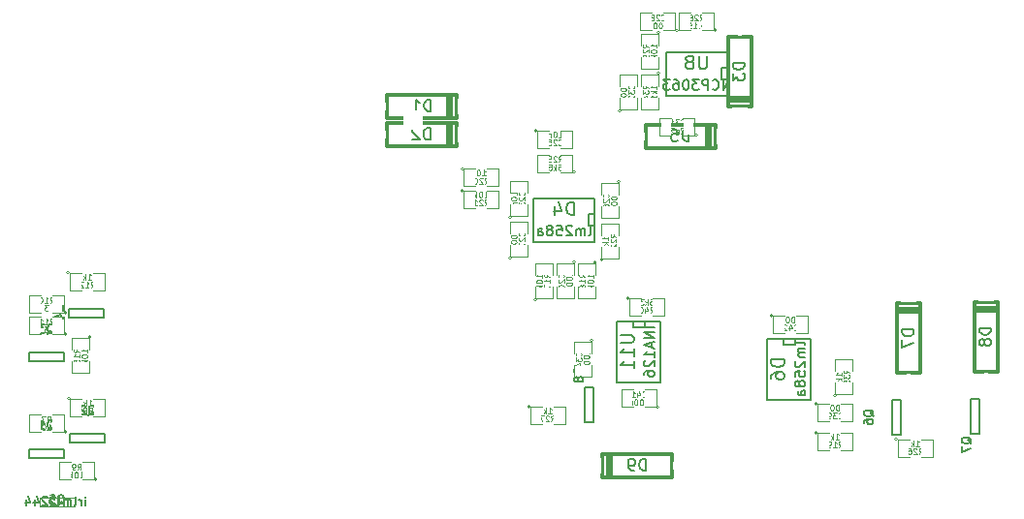
<source format=gbo>
G04 (created by PCBNEW (2013-07-07 BZR 4022)-stable) date Sun 21 Dec 2014 01:02:58 PM MSK*
%MOIN*%
G04 Gerber Fmt 3.4, Leading zero omitted, Abs format*
%FSLAX34Y34*%
G01*
G70*
G90*
G04 APERTURE LIST*
%ADD10C,0.00590551*%
%ADD11C,0.0047*%
%ADD12C,0.005*%
%ADD13C,0.0039*%
%ADD14C,0.012*%
%ADD15C,0.0051*%
%ADD16C,0.0075*%
%ADD17C,0.008*%
%ADD18C,0.006*%
%ADD19C,0.0043*%
%ADD20C,0.19685*%
%ADD21R,0.06X0.06*%
%ADD22C,0.06*%
%ADD23C,0.066*%
%ADD24R,0.036X0.036*%
%ADD25R,0.0551X0.0236*%
%ADD26R,0.0236X0.0551*%
%ADD27R,0.035X0.055*%
%ADD28R,0.055X0.035*%
%ADD29C,0.0590551*%
%ADD30R,0.055X0.055*%
%ADD31C,0.055*%
%ADD32R,0.07X0.07*%
%ADD33C,0.07*%
%ADD34C,0.16*%
G04 APERTURE END LIST*
G54D10*
G54D11*
X2138Y-17716D02*
X938Y-17716D01*
X938Y-17716D02*
X938Y-18016D01*
X938Y-18016D02*
X2138Y-18016D01*
X2138Y-18016D02*
X2138Y-17716D01*
G54D12*
X19672Y-13927D02*
X19672Y-15127D01*
X19672Y-15127D02*
X19972Y-15127D01*
X19972Y-15127D02*
X19972Y-13927D01*
X19972Y-13927D02*
X19672Y-13927D01*
X30263Y-14360D02*
X30263Y-15560D01*
X30263Y-15560D02*
X30563Y-15560D01*
X30563Y-15560D02*
X30563Y-14360D01*
X30563Y-14360D02*
X30263Y-14360D01*
X32940Y-14321D02*
X32940Y-15521D01*
X32940Y-15521D02*
X33240Y-15521D01*
X33240Y-15521D02*
X33240Y-14321D01*
X33240Y-14321D02*
X32940Y-14321D01*
X3158Y-11236D02*
X1958Y-11236D01*
X1958Y-11236D02*
X1958Y-11536D01*
X1958Y-11536D02*
X3158Y-11536D01*
X3158Y-11536D02*
X3158Y-11236D01*
X1778Y-12736D02*
X578Y-12736D01*
X578Y-12736D02*
X578Y-13036D01*
X578Y-13036D02*
X1778Y-13036D01*
X1778Y-13036D02*
X1778Y-12736D01*
X3198Y-15536D02*
X1998Y-15536D01*
X1998Y-15536D02*
X1998Y-15836D01*
X1998Y-15836D02*
X3198Y-15836D01*
X3198Y-15836D02*
X3198Y-15536D01*
X1778Y-16056D02*
X578Y-16056D01*
X578Y-16056D02*
X578Y-16356D01*
X578Y-16356D02*
X1778Y-16356D01*
X1778Y-16356D02*
X1778Y-16056D01*
X22243Y-11649D02*
X22293Y-11649D01*
X22293Y-11649D02*
X22293Y-13749D01*
X20793Y-13749D02*
X20793Y-11649D01*
X20793Y-11649D02*
X22243Y-11649D01*
X21343Y-11649D02*
X21343Y-11849D01*
X21343Y-11849D02*
X21743Y-11849D01*
X21743Y-11849D02*
X21743Y-11649D01*
X20793Y-13749D02*
X22293Y-13749D01*
X20028Y-8869D02*
X20028Y-8919D01*
X20028Y-8919D02*
X17928Y-8919D01*
X17928Y-7419D02*
X20028Y-7419D01*
X20028Y-7419D02*
X20028Y-8869D01*
X20028Y-7969D02*
X19828Y-7969D01*
X19828Y-7969D02*
X19828Y-8369D01*
X19828Y-8369D02*
X20028Y-8369D01*
X17928Y-7419D02*
X17928Y-8919D01*
X27415Y-12261D02*
X27465Y-12261D01*
X27465Y-12261D02*
X27465Y-14361D01*
X25965Y-14361D02*
X25965Y-12261D01*
X25965Y-12261D02*
X27415Y-12261D01*
X26515Y-12261D02*
X26515Y-12461D01*
X26515Y-12461D02*
X26915Y-12461D01*
X26915Y-12461D02*
X26915Y-12261D01*
X25965Y-14361D02*
X27465Y-14361D01*
X24582Y-3842D02*
X24582Y-3892D01*
X24582Y-3892D02*
X22482Y-3892D01*
X22482Y-2392D02*
X24582Y-2392D01*
X24582Y-2392D02*
X24582Y-3842D01*
X24582Y-2942D02*
X24382Y-2942D01*
X24382Y-2942D02*
X24382Y-3342D01*
X24382Y-3342D02*
X24582Y-3342D01*
X22482Y-2392D02*
X22482Y-3892D01*
G54D13*
X1878Y-15466D02*
G75*
G03X1878Y-15466I-50J0D01*
G74*
G01*
X1378Y-15466D02*
X1778Y-15466D01*
X1778Y-15466D02*
X1778Y-14866D01*
X1778Y-14866D02*
X1378Y-14866D01*
X978Y-14866D02*
X578Y-14866D01*
X578Y-14866D02*
X578Y-15466D01*
X578Y-15466D02*
X978Y-15466D01*
X19964Y-12324D02*
G75*
G03X19964Y-12324I-50J0D01*
G74*
G01*
X19914Y-12774D02*
X19914Y-12374D01*
X19914Y-12374D02*
X19314Y-12374D01*
X19314Y-12374D02*
X19314Y-12774D01*
X19314Y-13174D02*
X19314Y-13574D01*
X19314Y-13574D02*
X19914Y-13574D01*
X19914Y-13574D02*
X19914Y-13174D01*
X22243Y-14613D02*
G75*
G03X22243Y-14613I-50J0D01*
G74*
G01*
X21743Y-14613D02*
X22143Y-14613D01*
X22143Y-14613D02*
X22143Y-14013D01*
X22143Y-14013D02*
X21743Y-14013D01*
X21343Y-14013D02*
X20943Y-14013D01*
X20943Y-14013D02*
X20943Y-14613D01*
X20943Y-14613D02*
X21343Y-14613D01*
X20929Y-4417D02*
G75*
G03X20929Y-4417I-50J0D01*
G74*
G01*
X20879Y-3967D02*
X20879Y-4367D01*
X20879Y-4367D02*
X21479Y-4367D01*
X21479Y-4367D02*
X21479Y-3967D01*
X21479Y-3567D02*
X21479Y-3167D01*
X21479Y-3167D02*
X20879Y-3167D01*
X20879Y-3167D02*
X20879Y-3567D01*
X22268Y-1704D02*
G75*
G03X22268Y-1704I-50J0D01*
G74*
G01*
X22218Y-2154D02*
X22218Y-1754D01*
X22218Y-1754D02*
X21618Y-1754D01*
X21618Y-1754D02*
X21618Y-2154D01*
X21618Y-2554D02*
X21618Y-2954D01*
X21618Y-2954D02*
X22218Y-2954D01*
X22218Y-2954D02*
X22218Y-2554D01*
X22268Y-3122D02*
G75*
G03X22268Y-3122I-50J0D01*
G74*
G01*
X22218Y-3572D02*
X22218Y-3172D01*
X22218Y-3172D02*
X21618Y-3172D01*
X21618Y-3172D02*
X21618Y-3572D01*
X21618Y-3972D02*
X21618Y-4372D01*
X21618Y-4372D02*
X22218Y-4372D01*
X22218Y-4372D02*
X22218Y-3972D01*
X23563Y-5253D02*
G75*
G03X23563Y-5253I-50J0D01*
G74*
G01*
X23063Y-5253D02*
X23463Y-5253D01*
X23463Y-5253D02*
X23463Y-4653D01*
X23463Y-4653D02*
X23063Y-4653D01*
X22663Y-4653D02*
X22263Y-4653D01*
X22263Y-4653D02*
X22263Y-5253D01*
X22263Y-5253D02*
X22663Y-5253D01*
X22899Y-1647D02*
G75*
G03X22899Y-1647I-50J0D01*
G74*
G01*
X22399Y-1647D02*
X22799Y-1647D01*
X22799Y-1647D02*
X22799Y-1047D01*
X22799Y-1047D02*
X22399Y-1047D01*
X21999Y-1047D02*
X21599Y-1047D01*
X21599Y-1047D02*
X21599Y-1647D01*
X21599Y-1647D02*
X21999Y-1647D01*
X24219Y-1647D02*
G75*
G03X24219Y-1647I-50J0D01*
G74*
G01*
X23719Y-1647D02*
X24119Y-1647D01*
X24119Y-1647D02*
X24119Y-1047D01*
X24119Y-1047D02*
X23719Y-1047D01*
X23319Y-1047D02*
X22919Y-1047D01*
X22919Y-1047D02*
X22919Y-1647D01*
X22919Y-1647D02*
X23319Y-1647D01*
X27687Y-15487D02*
G75*
G03X27687Y-15487I-50J0D01*
G74*
G01*
X28087Y-15487D02*
X27687Y-15487D01*
X27687Y-15487D02*
X27687Y-16087D01*
X27687Y-16087D02*
X28087Y-16087D01*
X28487Y-16087D02*
X28887Y-16087D01*
X28887Y-16087D02*
X28887Y-15487D01*
X28887Y-15487D02*
X28487Y-15487D01*
X20903Y-6850D02*
G75*
G03X20903Y-6850I-50J0D01*
G74*
G01*
X20853Y-7300D02*
X20853Y-6900D01*
X20853Y-6900D02*
X20253Y-6900D01*
X20253Y-6900D02*
X20253Y-7300D01*
X20253Y-7700D02*
X20253Y-8100D01*
X20253Y-8100D02*
X20853Y-8100D01*
X20853Y-8100D02*
X20853Y-7700D01*
X17161Y-9478D02*
G75*
G03X17161Y-9478I-50J0D01*
G74*
G01*
X17111Y-9028D02*
X17111Y-9428D01*
X17111Y-9428D02*
X17711Y-9428D01*
X17711Y-9428D02*
X17711Y-9028D01*
X17711Y-8628D02*
X17711Y-8228D01*
X17711Y-8228D02*
X17111Y-8228D01*
X17111Y-8228D02*
X17111Y-8628D01*
X26151Y-11471D02*
G75*
G03X26151Y-11471I-50J0D01*
G74*
G01*
X26551Y-11471D02*
X26151Y-11471D01*
X26151Y-11471D02*
X26151Y-12071D01*
X26151Y-12071D02*
X26551Y-12071D01*
X26951Y-12071D02*
X27351Y-12071D01*
X27351Y-12071D02*
X27351Y-11471D01*
X27351Y-11471D02*
X26951Y-11471D01*
X27687Y-14503D02*
G75*
G03X27687Y-14503I-50J0D01*
G74*
G01*
X28087Y-14503D02*
X27687Y-14503D01*
X27687Y-14503D02*
X27687Y-15103D01*
X27687Y-15103D02*
X28087Y-15103D01*
X28487Y-15103D02*
X28887Y-15103D01*
X28887Y-15103D02*
X28887Y-14503D01*
X28887Y-14503D02*
X28487Y-14503D01*
X17805Y-14601D02*
G75*
G03X17805Y-14601I-50J0D01*
G74*
G01*
X18205Y-14601D02*
X17805Y-14601D01*
X17805Y-14601D02*
X17805Y-15201D01*
X17805Y-15201D02*
X18205Y-15201D01*
X18605Y-15201D02*
X19005Y-15201D01*
X19005Y-15201D02*
X19005Y-14601D01*
X19005Y-14601D02*
X18605Y-14601D01*
X30443Y-15723D02*
G75*
G03X30443Y-15723I-50J0D01*
G74*
G01*
X30843Y-15723D02*
X30443Y-15723D01*
X30443Y-15723D02*
X30443Y-16323D01*
X30443Y-16323D02*
X30843Y-16323D01*
X31243Y-16323D02*
X31643Y-16323D01*
X31643Y-16323D02*
X31643Y-15723D01*
X31643Y-15723D02*
X31243Y-15723D01*
X1878Y-11366D02*
G75*
G03X1878Y-11366I-50J0D01*
G74*
G01*
X1378Y-11366D02*
X1778Y-11366D01*
X1778Y-11366D02*
X1778Y-10766D01*
X1778Y-10766D02*
X1378Y-10766D01*
X978Y-10766D02*
X578Y-10766D01*
X578Y-10766D02*
X578Y-11366D01*
X578Y-11366D02*
X978Y-11366D01*
X28332Y-14212D02*
G75*
G03X28332Y-14212I-50J0D01*
G74*
G01*
X28282Y-13762D02*
X28282Y-14162D01*
X28282Y-14162D02*
X28882Y-14162D01*
X28882Y-14162D02*
X28882Y-13762D01*
X28882Y-13362D02*
X28882Y-12962D01*
X28882Y-12962D02*
X28282Y-12962D01*
X28282Y-12962D02*
X28282Y-13362D01*
X1998Y-14326D02*
G75*
G03X1998Y-14326I-50J0D01*
G74*
G01*
X2398Y-14326D02*
X1998Y-14326D01*
X1998Y-14326D02*
X1998Y-14926D01*
X1998Y-14926D02*
X2398Y-14926D01*
X2798Y-14926D02*
X3198Y-14926D01*
X3198Y-14926D02*
X3198Y-14326D01*
X3198Y-14326D02*
X2798Y-14326D01*
X2918Y-17106D02*
G75*
G03X2918Y-17106I-50J0D01*
G74*
G01*
X2418Y-17106D02*
X2818Y-17106D01*
X2818Y-17106D02*
X2818Y-16506D01*
X2818Y-16506D02*
X2418Y-16506D01*
X2018Y-16506D02*
X1618Y-16506D01*
X1618Y-16506D02*
X1618Y-17106D01*
X1618Y-17106D02*
X2018Y-17106D01*
X1978Y-9986D02*
G75*
G03X1978Y-9986I-50J0D01*
G74*
G01*
X2378Y-9986D02*
X1978Y-9986D01*
X1978Y-9986D02*
X1978Y-10586D01*
X1978Y-10586D02*
X2378Y-10586D01*
X2778Y-10586D02*
X3178Y-10586D01*
X3178Y-10586D02*
X3178Y-9986D01*
X3178Y-9986D02*
X2778Y-9986D01*
X2708Y-12196D02*
G75*
G03X2708Y-12196I-50J0D01*
G74*
G01*
X2658Y-12646D02*
X2658Y-12246D01*
X2658Y-12246D02*
X2058Y-12246D01*
X2058Y-12246D02*
X2058Y-12646D01*
X2058Y-13046D02*
X2058Y-13446D01*
X2058Y-13446D02*
X2658Y-13446D01*
X2658Y-13446D02*
X2658Y-13046D01*
X1878Y-12106D02*
G75*
G03X1878Y-12106I-50J0D01*
G74*
G01*
X1378Y-12106D02*
X1778Y-12106D01*
X1778Y-12106D02*
X1778Y-11506D01*
X1778Y-11506D02*
X1378Y-11506D01*
X978Y-11506D02*
X578Y-11506D01*
X578Y-11506D02*
X578Y-12106D01*
X578Y-12106D02*
X978Y-12106D01*
X21211Y-10861D02*
G75*
G03X21211Y-10861I-50J0D01*
G74*
G01*
X21611Y-10861D02*
X21211Y-10861D01*
X21211Y-10861D02*
X21211Y-11461D01*
X21211Y-11461D02*
X21611Y-11461D01*
X22011Y-11461D02*
X22411Y-11461D01*
X22411Y-11461D02*
X22411Y-10861D01*
X22411Y-10861D02*
X22011Y-10861D01*
X19365Y-9625D02*
G75*
G03X19365Y-9625I-50J0D01*
G74*
G01*
X19315Y-10075D02*
X19315Y-9675D01*
X19315Y-9675D02*
X18715Y-9675D01*
X18715Y-9675D02*
X18715Y-10075D01*
X18715Y-10475D02*
X18715Y-10875D01*
X18715Y-10875D02*
X19315Y-10875D01*
X19315Y-10875D02*
X19315Y-10475D01*
X20312Y-9536D02*
G75*
G03X20312Y-9536I-50J0D01*
G74*
G01*
X20262Y-9086D02*
X20262Y-9486D01*
X20262Y-9486D02*
X20862Y-9486D01*
X20862Y-9486D02*
X20862Y-9086D01*
X20862Y-8686D02*
X20862Y-8286D01*
X20862Y-8286D02*
X20262Y-8286D01*
X20262Y-8286D02*
X20262Y-8686D01*
X17161Y-8081D02*
G75*
G03X17161Y-8081I-50J0D01*
G74*
G01*
X17111Y-7631D02*
X17111Y-8031D01*
X17111Y-8031D02*
X17711Y-8031D01*
X17711Y-8031D02*
X17711Y-7631D01*
X17711Y-7231D02*
X17711Y-6831D01*
X17711Y-6831D02*
X17111Y-6831D01*
X17111Y-6831D02*
X17111Y-7231D01*
X20094Y-9625D02*
G75*
G03X20094Y-9625I-50J0D01*
G74*
G01*
X20044Y-10075D02*
X20044Y-9675D01*
X20044Y-9675D02*
X19444Y-9675D01*
X19444Y-9675D02*
X19444Y-10075D01*
X19444Y-10475D02*
X19444Y-10875D01*
X19444Y-10875D02*
X20044Y-10875D01*
X20044Y-10875D02*
X20044Y-10475D01*
X18037Y-10925D02*
G75*
G03X18037Y-10925I-50J0D01*
G74*
G01*
X17987Y-10475D02*
X17987Y-10875D01*
X17987Y-10875D02*
X18587Y-10875D01*
X18587Y-10875D02*
X18587Y-10475D01*
X18587Y-10075D02*
X18587Y-9675D01*
X18587Y-9675D02*
X17987Y-9675D01*
X17987Y-9675D02*
X17987Y-10075D01*
X19363Y-6520D02*
G75*
G03X19363Y-6520I-50J0D01*
G74*
G01*
X18863Y-6520D02*
X19263Y-6520D01*
X19263Y-6520D02*
X19263Y-5920D01*
X19263Y-5920D02*
X18863Y-5920D01*
X18463Y-5920D02*
X18063Y-5920D01*
X18063Y-5920D02*
X18063Y-6520D01*
X18063Y-6520D02*
X18463Y-6520D01*
X18063Y-5094D02*
G75*
G03X18063Y-5094I-50J0D01*
G74*
G01*
X18463Y-5094D02*
X18063Y-5094D01*
X18063Y-5094D02*
X18063Y-5694D01*
X18063Y-5694D02*
X18463Y-5694D01*
X18863Y-5694D02*
X19263Y-5694D01*
X19263Y-5694D02*
X19263Y-5094D01*
X19263Y-5094D02*
X18863Y-5094D01*
X15522Y-6412D02*
G75*
G03X15522Y-6412I-50J0D01*
G74*
G01*
X15922Y-6412D02*
X15522Y-6412D01*
X15522Y-6412D02*
X15522Y-7012D01*
X15522Y-7012D02*
X15922Y-7012D01*
X16322Y-7012D02*
X16722Y-7012D01*
X16722Y-7012D02*
X16722Y-6412D01*
X16722Y-6412D02*
X16322Y-6412D01*
X15522Y-7160D02*
G75*
G03X15522Y-7160I-50J0D01*
G74*
G01*
X15922Y-7160D02*
X15522Y-7160D01*
X15522Y-7160D02*
X15522Y-7760D01*
X15522Y-7760D02*
X15922Y-7760D01*
X16322Y-7760D02*
X16722Y-7760D01*
X16722Y-7760D02*
X16722Y-7160D01*
X16722Y-7160D02*
X16322Y-7160D01*
G54D14*
X33484Y-10685D02*
X33484Y-10985D01*
X33484Y-10985D02*
X33884Y-10985D01*
X33884Y-10985D02*
X33884Y-13385D01*
X33884Y-13385D02*
X33484Y-13385D01*
X33484Y-13385D02*
X33484Y-13685D01*
X33484Y-13385D02*
X33084Y-13385D01*
X33084Y-13385D02*
X33084Y-10985D01*
X33084Y-10985D02*
X33484Y-10985D01*
X33884Y-11185D02*
X33084Y-11185D01*
X33084Y-11285D02*
X33884Y-11285D01*
X30826Y-10744D02*
X30826Y-11044D01*
X30826Y-11044D02*
X31226Y-11044D01*
X31226Y-11044D02*
X31226Y-13444D01*
X31226Y-13444D02*
X30826Y-13444D01*
X30826Y-13444D02*
X30826Y-13744D01*
X30826Y-13444D02*
X30426Y-13444D01*
X30426Y-13444D02*
X30426Y-11044D01*
X30426Y-11044D02*
X30826Y-11044D01*
X31226Y-11244D02*
X30426Y-11244D01*
X30426Y-11344D02*
X31226Y-11344D01*
X19996Y-16633D02*
X20296Y-16633D01*
X20296Y-16633D02*
X20296Y-16233D01*
X20296Y-16233D02*
X22696Y-16233D01*
X22696Y-16233D02*
X22696Y-16633D01*
X22696Y-16633D02*
X22996Y-16633D01*
X22696Y-16633D02*
X22696Y-17033D01*
X22696Y-17033D02*
X20296Y-17033D01*
X20296Y-17033D02*
X20296Y-16633D01*
X20496Y-16233D02*
X20496Y-17033D01*
X20596Y-17033D02*
X20596Y-16233D01*
X24472Y-5295D02*
X24172Y-5295D01*
X24172Y-5295D02*
X24172Y-5695D01*
X24172Y-5695D02*
X21772Y-5695D01*
X21772Y-5695D02*
X21772Y-5295D01*
X21772Y-5295D02*
X21472Y-5295D01*
X21772Y-5295D02*
X21772Y-4895D01*
X21772Y-4895D02*
X24172Y-4895D01*
X24172Y-4895D02*
X24172Y-5295D01*
X23972Y-5695D02*
X23972Y-4895D01*
X23872Y-4895D02*
X23872Y-5695D01*
X15598Y-4266D02*
X15298Y-4266D01*
X15298Y-4266D02*
X15298Y-4666D01*
X15298Y-4666D02*
X12898Y-4666D01*
X12898Y-4666D02*
X12898Y-4266D01*
X12898Y-4266D02*
X12598Y-4266D01*
X12898Y-4266D02*
X12898Y-3866D01*
X12898Y-3866D02*
X15298Y-3866D01*
X15298Y-3866D02*
X15298Y-4266D01*
X15098Y-4666D02*
X15098Y-3866D01*
X14998Y-3866D02*
X14998Y-4666D01*
X25009Y-4557D02*
X25009Y-4257D01*
X25009Y-4257D02*
X24609Y-4257D01*
X24609Y-4257D02*
X24609Y-1857D01*
X24609Y-1857D02*
X25009Y-1857D01*
X25009Y-1857D02*
X25009Y-1557D01*
X25009Y-1857D02*
X25409Y-1857D01*
X25409Y-1857D02*
X25409Y-4257D01*
X25409Y-4257D02*
X25009Y-4257D01*
X24609Y-4057D02*
X25409Y-4057D01*
X25409Y-3957D02*
X24609Y-3957D01*
X15578Y-5246D02*
X15278Y-5246D01*
X15278Y-5246D02*
X15278Y-5646D01*
X15278Y-5646D02*
X12878Y-5646D01*
X12878Y-5646D02*
X12878Y-5246D01*
X12878Y-5246D02*
X12578Y-5246D01*
X12878Y-5246D02*
X12878Y-4846D01*
X12878Y-4846D02*
X15278Y-4846D01*
X15278Y-4846D02*
X15278Y-5246D01*
X15078Y-5646D02*
X15078Y-4846D01*
X14978Y-4846D02*
X14978Y-5646D01*
G54D15*
X1567Y-17977D02*
X1596Y-17963D01*
X1624Y-17934D01*
X1667Y-17891D01*
X1696Y-17877D01*
X1724Y-17877D01*
X1710Y-17948D02*
X1738Y-17934D01*
X1767Y-17906D01*
X1781Y-17848D01*
X1781Y-17748D01*
X1767Y-17691D01*
X1738Y-17663D01*
X1710Y-17648D01*
X1653Y-17648D01*
X1624Y-17663D01*
X1596Y-17691D01*
X1581Y-17748D01*
X1581Y-17848D01*
X1596Y-17906D01*
X1624Y-17934D01*
X1653Y-17948D01*
X1710Y-17948D01*
X1310Y-17648D02*
X1453Y-17648D01*
X1467Y-17791D01*
X1453Y-17777D01*
X1424Y-17763D01*
X1353Y-17763D01*
X1324Y-17777D01*
X1310Y-17791D01*
X1296Y-17820D01*
X1296Y-17891D01*
X1310Y-17920D01*
X1324Y-17934D01*
X1353Y-17948D01*
X1424Y-17948D01*
X1453Y-17934D01*
X1467Y-17920D01*
X2520Y-17988D02*
X2520Y-17788D01*
X2520Y-17688D02*
X2535Y-17702D01*
X2520Y-17716D01*
X2506Y-17702D01*
X2520Y-17688D01*
X2520Y-17716D01*
X2378Y-17988D02*
X2378Y-17788D01*
X2378Y-17845D02*
X2363Y-17816D01*
X2349Y-17802D01*
X2320Y-17788D01*
X2292Y-17788D01*
X2149Y-17988D02*
X2178Y-17974D01*
X2192Y-17945D01*
X2192Y-17688D01*
X2035Y-17988D02*
X2035Y-17788D01*
X2035Y-17816D02*
X2020Y-17802D01*
X1992Y-17788D01*
X1949Y-17788D01*
X1920Y-17802D01*
X1906Y-17831D01*
X1906Y-17988D01*
X1906Y-17831D02*
X1892Y-17802D01*
X1863Y-17788D01*
X1820Y-17788D01*
X1792Y-17802D01*
X1778Y-17831D01*
X1778Y-17988D01*
X1592Y-17988D02*
X1620Y-17974D01*
X1635Y-17945D01*
X1635Y-17688D01*
X1492Y-17716D02*
X1478Y-17702D01*
X1449Y-17688D01*
X1378Y-17688D01*
X1349Y-17702D01*
X1335Y-17716D01*
X1320Y-17745D01*
X1320Y-17774D01*
X1335Y-17816D01*
X1506Y-17988D01*
X1320Y-17988D01*
X1206Y-17716D02*
X1192Y-17702D01*
X1163Y-17688D01*
X1092Y-17688D01*
X1063Y-17702D01*
X1049Y-17716D01*
X1035Y-17745D01*
X1035Y-17774D01*
X1049Y-17816D01*
X1220Y-17988D01*
X1035Y-17988D01*
X778Y-17788D02*
X778Y-17988D01*
X849Y-17674D02*
X920Y-17888D01*
X735Y-17888D01*
X492Y-17788D02*
X492Y-17988D01*
X563Y-17674D02*
X635Y-17888D01*
X449Y-17888D01*
G54D16*
X19657Y-13475D02*
X19643Y-13446D01*
X19615Y-13418D01*
X19572Y-13375D01*
X19557Y-13346D01*
X19557Y-13318D01*
X19629Y-13332D02*
X19615Y-13303D01*
X19586Y-13275D01*
X19529Y-13261D01*
X19429Y-13261D01*
X19372Y-13275D01*
X19343Y-13303D01*
X19329Y-13332D01*
X19329Y-13389D01*
X19343Y-13418D01*
X19372Y-13446D01*
X19429Y-13461D01*
X19529Y-13461D01*
X19586Y-13446D01*
X19615Y-13418D01*
X19629Y-13389D01*
X19629Y-13332D01*
X19457Y-13632D02*
X19443Y-13603D01*
X19429Y-13589D01*
X19400Y-13575D01*
X19386Y-13575D01*
X19357Y-13589D01*
X19343Y-13603D01*
X19329Y-13632D01*
X19329Y-13689D01*
X19343Y-13718D01*
X19357Y-13732D01*
X19386Y-13746D01*
X19400Y-13746D01*
X19429Y-13732D01*
X19443Y-13718D01*
X19457Y-13689D01*
X19457Y-13632D01*
X19472Y-13603D01*
X19486Y-13589D01*
X19515Y-13575D01*
X19572Y-13575D01*
X19600Y-13589D01*
X19615Y-13603D01*
X19629Y-13632D01*
X19629Y-13689D01*
X19615Y-13718D01*
X19600Y-13732D01*
X19572Y-13746D01*
X19515Y-13746D01*
X19486Y-13732D01*
X19472Y-13718D01*
X19457Y-13689D01*
G54D17*
G54D16*
X29613Y-14932D02*
X29599Y-14903D01*
X29570Y-14874D01*
X29527Y-14832D01*
X29513Y-14803D01*
X29513Y-14774D01*
X29584Y-14789D02*
X29570Y-14760D01*
X29541Y-14732D01*
X29484Y-14717D01*
X29384Y-14717D01*
X29327Y-14732D01*
X29299Y-14760D01*
X29284Y-14789D01*
X29284Y-14846D01*
X29299Y-14874D01*
X29327Y-14903D01*
X29384Y-14917D01*
X29484Y-14917D01*
X29541Y-14903D01*
X29570Y-14874D01*
X29584Y-14846D01*
X29584Y-14789D01*
X29284Y-15174D02*
X29284Y-15117D01*
X29299Y-15089D01*
X29313Y-15074D01*
X29356Y-15046D01*
X29413Y-15032D01*
X29527Y-15032D01*
X29556Y-15046D01*
X29570Y-15060D01*
X29584Y-15089D01*
X29584Y-15146D01*
X29570Y-15174D01*
X29556Y-15189D01*
X29527Y-15203D01*
X29456Y-15203D01*
X29427Y-15189D01*
X29413Y-15174D01*
X29399Y-15146D01*
X29399Y-15089D01*
X29413Y-15060D01*
X29427Y-15046D01*
X29456Y-15032D01*
G54D17*
G54D16*
X32964Y-15876D02*
X32950Y-15848D01*
X32922Y-15819D01*
X32879Y-15776D01*
X32864Y-15748D01*
X32864Y-15719D01*
X32936Y-15734D02*
X32922Y-15705D01*
X32893Y-15676D01*
X32836Y-15662D01*
X32736Y-15662D01*
X32679Y-15676D01*
X32650Y-15705D01*
X32636Y-15734D01*
X32636Y-15791D01*
X32650Y-15819D01*
X32679Y-15848D01*
X32736Y-15862D01*
X32836Y-15862D01*
X32893Y-15848D01*
X32922Y-15819D01*
X32936Y-15791D01*
X32936Y-15734D01*
X32636Y-15962D02*
X32636Y-16162D01*
X32936Y-16034D01*
G54D17*
G54D16*
X1803Y-11318D02*
X1789Y-11290D01*
X1760Y-11261D01*
X1717Y-11218D01*
X1703Y-11190D01*
X1703Y-11161D01*
X1774Y-11176D02*
X1760Y-11147D01*
X1731Y-11118D01*
X1674Y-11104D01*
X1574Y-11104D01*
X1517Y-11118D01*
X1489Y-11147D01*
X1474Y-11176D01*
X1474Y-11233D01*
X1489Y-11261D01*
X1517Y-11290D01*
X1574Y-11304D01*
X1674Y-11304D01*
X1731Y-11290D01*
X1760Y-11261D01*
X1774Y-11233D01*
X1774Y-11176D01*
X1574Y-11561D02*
X1774Y-11561D01*
X1460Y-11490D02*
X1674Y-11418D01*
X1674Y-11604D01*
G54D17*
G54D16*
X1207Y-12086D02*
X1236Y-12072D01*
X1264Y-12044D01*
X1307Y-12001D01*
X1336Y-11986D01*
X1364Y-11986D01*
X1350Y-12058D02*
X1378Y-12044D01*
X1407Y-12015D01*
X1421Y-11958D01*
X1421Y-11858D01*
X1407Y-11801D01*
X1378Y-11772D01*
X1350Y-11758D01*
X1293Y-11758D01*
X1264Y-11772D01*
X1236Y-11801D01*
X1221Y-11858D01*
X1221Y-11958D01*
X1236Y-12015D01*
X1264Y-12044D01*
X1293Y-12058D01*
X1350Y-12058D01*
X1121Y-11758D02*
X936Y-11758D01*
X1036Y-11872D01*
X993Y-11872D01*
X964Y-11886D01*
X950Y-11901D01*
X936Y-11929D01*
X936Y-12001D01*
X950Y-12029D01*
X964Y-12044D01*
X993Y-12058D01*
X1078Y-12058D01*
X1107Y-12044D01*
X1121Y-12029D01*
G54D17*
G54D16*
X2627Y-14886D02*
X2656Y-14872D01*
X2684Y-14844D01*
X2727Y-14801D01*
X2756Y-14786D01*
X2784Y-14786D01*
X2770Y-14858D02*
X2798Y-14844D01*
X2827Y-14815D01*
X2841Y-14758D01*
X2841Y-14658D01*
X2827Y-14601D01*
X2798Y-14572D01*
X2770Y-14558D01*
X2713Y-14558D01*
X2684Y-14572D01*
X2656Y-14601D01*
X2641Y-14658D01*
X2641Y-14758D01*
X2656Y-14815D01*
X2684Y-14844D01*
X2713Y-14858D01*
X2770Y-14858D01*
X2527Y-14586D02*
X2513Y-14572D01*
X2484Y-14558D01*
X2413Y-14558D01*
X2384Y-14572D01*
X2370Y-14586D01*
X2356Y-14615D01*
X2356Y-14644D01*
X2370Y-14686D01*
X2541Y-14858D01*
X2356Y-14858D01*
G54D17*
G54D16*
X1207Y-15406D02*
X1236Y-15392D01*
X1264Y-15364D01*
X1307Y-15321D01*
X1336Y-15306D01*
X1364Y-15306D01*
X1350Y-15378D02*
X1378Y-15364D01*
X1407Y-15335D01*
X1421Y-15278D01*
X1421Y-15178D01*
X1407Y-15121D01*
X1378Y-15092D01*
X1350Y-15078D01*
X1293Y-15078D01*
X1264Y-15092D01*
X1236Y-15121D01*
X1221Y-15178D01*
X1221Y-15278D01*
X1236Y-15335D01*
X1264Y-15364D01*
X1293Y-15378D01*
X1350Y-15378D01*
X936Y-15378D02*
X1107Y-15378D01*
X1021Y-15378D02*
X1021Y-15078D01*
X1050Y-15121D01*
X1078Y-15149D01*
X1107Y-15164D01*
G54D17*
G54D18*
X20925Y-12142D02*
X21290Y-12142D01*
X21332Y-12163D01*
X21354Y-12184D01*
X21375Y-12227D01*
X21375Y-12313D01*
X21354Y-12356D01*
X21332Y-12377D01*
X21290Y-12399D01*
X20925Y-12399D01*
X21375Y-12849D02*
X21375Y-12592D01*
X21375Y-12720D02*
X20925Y-12720D01*
X20990Y-12677D01*
X21032Y-12634D01*
X21054Y-12592D01*
X21375Y-13277D02*
X21375Y-13020D01*
X21375Y-13149D02*
X20925Y-13149D01*
X20990Y-13106D01*
X21032Y-13063D01*
X21054Y-13020D01*
X22085Y-11865D02*
X21735Y-11865D01*
X22085Y-12032D02*
X21735Y-12032D01*
X22085Y-12232D01*
X21735Y-12232D01*
X21985Y-12382D02*
X21985Y-12549D01*
X22085Y-12349D02*
X21735Y-12465D01*
X22085Y-12582D01*
X22085Y-12882D02*
X22085Y-12682D01*
X22085Y-12782D02*
X21735Y-12782D01*
X21785Y-12749D01*
X21818Y-12715D01*
X21835Y-12682D01*
X21768Y-13015D02*
X21751Y-13032D01*
X21735Y-13065D01*
X21735Y-13149D01*
X21751Y-13182D01*
X21768Y-13199D01*
X21801Y-13215D01*
X21835Y-13215D01*
X21885Y-13199D01*
X22085Y-12999D01*
X22085Y-13215D01*
X21735Y-13515D02*
X21735Y-13449D01*
X21751Y-13415D01*
X21768Y-13399D01*
X21818Y-13365D01*
X21885Y-13349D01*
X22018Y-13349D01*
X22051Y-13365D01*
X22068Y-13382D01*
X22085Y-13415D01*
X22085Y-13482D01*
X22068Y-13515D01*
X22051Y-13532D01*
X22018Y-13549D01*
X21935Y-13549D01*
X21901Y-13532D01*
X21885Y-13515D01*
X21868Y-13482D01*
X21868Y-13415D01*
X21885Y-13382D01*
X21901Y-13365D01*
X21935Y-13349D01*
X19310Y-8001D02*
X19310Y-7551D01*
X19203Y-7551D01*
X19139Y-7573D01*
X19096Y-7616D01*
X19075Y-7658D01*
X19053Y-7744D01*
X19053Y-7808D01*
X19075Y-7894D01*
X19096Y-7937D01*
X19139Y-7980D01*
X19203Y-8001D01*
X19310Y-8001D01*
X18667Y-7701D02*
X18667Y-8001D01*
X18775Y-7530D02*
X18882Y-7851D01*
X18603Y-7851D01*
X19828Y-8711D02*
X19861Y-8694D01*
X19878Y-8661D01*
X19878Y-8361D01*
X19695Y-8711D02*
X19695Y-8478D01*
X19695Y-8511D02*
X19678Y-8494D01*
X19645Y-8478D01*
X19595Y-8478D01*
X19561Y-8494D01*
X19545Y-8528D01*
X19545Y-8711D01*
X19545Y-8528D02*
X19528Y-8494D01*
X19495Y-8478D01*
X19445Y-8478D01*
X19411Y-8494D01*
X19395Y-8528D01*
X19395Y-8711D01*
X19245Y-8394D02*
X19228Y-8378D01*
X19195Y-8361D01*
X19111Y-8361D01*
X19078Y-8378D01*
X19061Y-8394D01*
X19045Y-8428D01*
X19045Y-8461D01*
X19061Y-8511D01*
X19261Y-8711D01*
X19045Y-8711D01*
X18728Y-8361D02*
X18895Y-8361D01*
X18911Y-8528D01*
X18895Y-8511D01*
X18861Y-8494D01*
X18778Y-8494D01*
X18745Y-8511D01*
X18728Y-8528D01*
X18711Y-8561D01*
X18711Y-8644D01*
X18728Y-8678D01*
X18745Y-8694D01*
X18778Y-8711D01*
X18861Y-8711D01*
X18895Y-8694D01*
X18911Y-8678D01*
X18511Y-8511D02*
X18545Y-8494D01*
X18561Y-8478D01*
X18578Y-8444D01*
X18578Y-8428D01*
X18561Y-8394D01*
X18545Y-8378D01*
X18511Y-8361D01*
X18445Y-8361D01*
X18411Y-8378D01*
X18395Y-8394D01*
X18378Y-8428D01*
X18378Y-8444D01*
X18395Y-8478D01*
X18411Y-8494D01*
X18445Y-8511D01*
X18511Y-8511D01*
X18545Y-8528D01*
X18561Y-8544D01*
X18578Y-8578D01*
X18578Y-8644D01*
X18561Y-8678D01*
X18545Y-8694D01*
X18511Y-8711D01*
X18445Y-8711D01*
X18411Y-8694D01*
X18395Y-8678D01*
X18378Y-8644D01*
X18378Y-8578D01*
X18395Y-8544D01*
X18411Y-8528D01*
X18445Y-8511D01*
X18078Y-8711D02*
X18078Y-8528D01*
X18095Y-8494D01*
X18128Y-8478D01*
X18195Y-8478D01*
X18228Y-8494D01*
X18078Y-8694D02*
X18111Y-8711D01*
X18195Y-8711D01*
X18228Y-8694D01*
X18245Y-8661D01*
X18245Y-8628D01*
X18228Y-8594D01*
X18195Y-8578D01*
X18111Y-8578D01*
X18078Y-8561D01*
X26547Y-12979D02*
X26097Y-12979D01*
X26097Y-13086D01*
X26118Y-13151D01*
X26161Y-13193D01*
X26204Y-13215D01*
X26290Y-13236D01*
X26354Y-13236D01*
X26440Y-13215D01*
X26483Y-13193D01*
X26525Y-13151D01*
X26547Y-13086D01*
X26547Y-12979D01*
X26097Y-13622D02*
X26097Y-13536D01*
X26118Y-13493D01*
X26140Y-13472D01*
X26204Y-13429D01*
X26290Y-13408D01*
X26461Y-13408D01*
X26504Y-13429D01*
X26525Y-13451D01*
X26547Y-13493D01*
X26547Y-13579D01*
X26525Y-13622D01*
X26504Y-13643D01*
X26461Y-13665D01*
X26354Y-13665D01*
X26311Y-13643D01*
X26290Y-13622D01*
X26268Y-13579D01*
X26268Y-13493D01*
X26290Y-13451D01*
X26311Y-13429D01*
X26354Y-13408D01*
X27256Y-12461D02*
X27240Y-12428D01*
X27206Y-12411D01*
X26906Y-12411D01*
X27256Y-12595D02*
X27023Y-12595D01*
X27056Y-12595D02*
X27040Y-12611D01*
X27023Y-12645D01*
X27023Y-12695D01*
X27040Y-12728D01*
X27073Y-12745D01*
X27256Y-12745D01*
X27073Y-12745D02*
X27040Y-12761D01*
X27023Y-12795D01*
X27023Y-12845D01*
X27040Y-12878D01*
X27073Y-12895D01*
X27256Y-12895D01*
X26940Y-13045D02*
X26923Y-13061D01*
X26906Y-13095D01*
X26906Y-13178D01*
X26923Y-13211D01*
X26940Y-13228D01*
X26973Y-13245D01*
X27006Y-13245D01*
X27056Y-13228D01*
X27256Y-13028D01*
X27256Y-13245D01*
X26906Y-13561D02*
X26906Y-13395D01*
X27073Y-13378D01*
X27056Y-13395D01*
X27040Y-13428D01*
X27040Y-13511D01*
X27056Y-13545D01*
X27073Y-13561D01*
X27106Y-13578D01*
X27190Y-13578D01*
X27223Y-13561D01*
X27240Y-13545D01*
X27256Y-13511D01*
X27256Y-13428D01*
X27240Y-13395D01*
X27223Y-13378D01*
X27056Y-13778D02*
X27040Y-13745D01*
X27023Y-13728D01*
X26990Y-13711D01*
X26973Y-13711D01*
X26940Y-13728D01*
X26923Y-13745D01*
X26906Y-13778D01*
X26906Y-13845D01*
X26923Y-13878D01*
X26940Y-13895D01*
X26973Y-13911D01*
X26990Y-13911D01*
X27023Y-13895D01*
X27040Y-13878D01*
X27056Y-13845D01*
X27056Y-13778D01*
X27073Y-13745D01*
X27090Y-13728D01*
X27123Y-13711D01*
X27190Y-13711D01*
X27223Y-13728D01*
X27240Y-13745D01*
X27256Y-13778D01*
X27256Y-13845D01*
X27240Y-13878D01*
X27223Y-13895D01*
X27190Y-13911D01*
X27123Y-13911D01*
X27090Y-13895D01*
X27073Y-13878D01*
X27056Y-13845D01*
X27256Y-14211D02*
X27073Y-14211D01*
X27040Y-14195D01*
X27023Y-14161D01*
X27023Y-14095D01*
X27040Y-14061D01*
X27240Y-14211D02*
X27256Y-14178D01*
X27256Y-14095D01*
X27240Y-14061D01*
X27206Y-14045D01*
X27173Y-14045D01*
X27140Y-14061D01*
X27123Y-14095D01*
X27123Y-14178D01*
X27106Y-14211D01*
X23875Y-2524D02*
X23875Y-2888D01*
X23853Y-2931D01*
X23832Y-2952D01*
X23789Y-2974D01*
X23703Y-2974D01*
X23660Y-2952D01*
X23639Y-2931D01*
X23618Y-2888D01*
X23618Y-2524D01*
X23339Y-2717D02*
X23382Y-2695D01*
X23403Y-2674D01*
X23425Y-2631D01*
X23425Y-2610D01*
X23403Y-2567D01*
X23382Y-2545D01*
X23339Y-2524D01*
X23253Y-2524D01*
X23210Y-2545D01*
X23189Y-2567D01*
X23168Y-2610D01*
X23168Y-2631D01*
X23189Y-2674D01*
X23210Y-2695D01*
X23253Y-2717D01*
X23339Y-2717D01*
X23382Y-2738D01*
X23403Y-2760D01*
X23425Y-2802D01*
X23425Y-2888D01*
X23403Y-2931D01*
X23382Y-2952D01*
X23339Y-2974D01*
X23253Y-2974D01*
X23210Y-2952D01*
X23189Y-2931D01*
X23168Y-2888D01*
X23168Y-2802D01*
X23189Y-2760D01*
X23210Y-2738D01*
X23253Y-2717D01*
X24649Y-3683D02*
X24649Y-3333D01*
X24449Y-3683D01*
X24449Y-3333D01*
X24082Y-3650D02*
X24099Y-3667D01*
X24149Y-3683D01*
X24182Y-3683D01*
X24232Y-3667D01*
X24265Y-3633D01*
X24282Y-3600D01*
X24299Y-3533D01*
X24299Y-3483D01*
X24282Y-3417D01*
X24265Y-3383D01*
X24232Y-3350D01*
X24182Y-3333D01*
X24149Y-3333D01*
X24099Y-3350D01*
X24082Y-3367D01*
X23932Y-3683D02*
X23932Y-3333D01*
X23799Y-3333D01*
X23765Y-3350D01*
X23749Y-3367D01*
X23732Y-3400D01*
X23732Y-3450D01*
X23749Y-3483D01*
X23765Y-3500D01*
X23799Y-3517D01*
X23932Y-3517D01*
X23615Y-3333D02*
X23399Y-3333D01*
X23515Y-3467D01*
X23465Y-3467D01*
X23432Y-3483D01*
X23415Y-3500D01*
X23399Y-3533D01*
X23399Y-3617D01*
X23415Y-3650D01*
X23432Y-3667D01*
X23465Y-3683D01*
X23565Y-3683D01*
X23599Y-3667D01*
X23615Y-3650D01*
X23182Y-3333D02*
X23149Y-3333D01*
X23115Y-3350D01*
X23099Y-3367D01*
X23082Y-3400D01*
X23065Y-3467D01*
X23065Y-3550D01*
X23082Y-3617D01*
X23099Y-3650D01*
X23115Y-3667D01*
X23149Y-3683D01*
X23182Y-3683D01*
X23215Y-3667D01*
X23232Y-3650D01*
X23249Y-3617D01*
X23265Y-3550D01*
X23265Y-3467D01*
X23249Y-3400D01*
X23232Y-3367D01*
X23215Y-3350D01*
X23182Y-3333D01*
X22765Y-3333D02*
X22832Y-3333D01*
X22865Y-3350D01*
X22882Y-3367D01*
X22915Y-3417D01*
X22932Y-3483D01*
X22932Y-3617D01*
X22915Y-3650D01*
X22899Y-3667D01*
X22865Y-3683D01*
X22799Y-3683D01*
X22765Y-3667D01*
X22749Y-3650D01*
X22732Y-3617D01*
X22732Y-3533D01*
X22749Y-3500D01*
X22765Y-3483D01*
X22799Y-3467D01*
X22865Y-3467D01*
X22899Y-3483D01*
X22915Y-3500D01*
X22932Y-3533D01*
X22615Y-3333D02*
X22399Y-3333D01*
X22515Y-3467D01*
X22465Y-3467D01*
X22432Y-3483D01*
X22415Y-3500D01*
X22399Y-3533D01*
X22399Y-3617D01*
X22415Y-3650D01*
X22432Y-3667D01*
X22465Y-3683D01*
X22565Y-3683D01*
X22599Y-3667D01*
X22615Y-3650D01*
G54D19*
X1211Y-15121D02*
X1277Y-15027D01*
X1324Y-15121D02*
X1324Y-14924D01*
X1249Y-14924D01*
X1230Y-14934D01*
X1221Y-14943D01*
X1211Y-14962D01*
X1211Y-14990D01*
X1221Y-15009D01*
X1230Y-15018D01*
X1249Y-15027D01*
X1324Y-15027D01*
X1146Y-14924D02*
X1014Y-14924D01*
X1099Y-15121D01*
X1216Y-15396D02*
X1328Y-15396D01*
X1272Y-15396D02*
X1272Y-15199D01*
X1291Y-15227D01*
X1310Y-15246D01*
X1328Y-15255D01*
X1094Y-15199D02*
X1075Y-15199D01*
X1056Y-15209D01*
X1047Y-15218D01*
X1038Y-15237D01*
X1028Y-15274D01*
X1028Y-15321D01*
X1038Y-15359D01*
X1047Y-15377D01*
X1056Y-15387D01*
X1075Y-15396D01*
X1094Y-15396D01*
X1113Y-15387D01*
X1122Y-15377D01*
X1131Y-15359D01*
X1141Y-15321D01*
X1141Y-15274D01*
X1131Y-15237D01*
X1122Y-15218D01*
X1113Y-15209D01*
X1094Y-15199D01*
X19550Y-12848D02*
X19559Y-12838D01*
X19569Y-12810D01*
X19569Y-12791D01*
X19559Y-12763D01*
X19541Y-12744D01*
X19522Y-12735D01*
X19484Y-12726D01*
X19456Y-12726D01*
X19419Y-12735D01*
X19400Y-12744D01*
X19381Y-12763D01*
X19372Y-12791D01*
X19372Y-12810D01*
X19381Y-12838D01*
X19390Y-12848D01*
X19372Y-12913D02*
X19372Y-13035D01*
X19447Y-12970D01*
X19447Y-12998D01*
X19456Y-13017D01*
X19466Y-13026D01*
X19484Y-13035D01*
X19531Y-13035D01*
X19550Y-13026D01*
X19559Y-13017D01*
X19569Y-12998D01*
X19569Y-12941D01*
X19559Y-12923D01*
X19550Y-12913D01*
X19437Y-13204D02*
X19569Y-13204D01*
X19362Y-13157D02*
X19503Y-13110D01*
X19503Y-13232D01*
X19844Y-12754D02*
X19844Y-12641D01*
X19844Y-12698D02*
X19647Y-12698D01*
X19675Y-12679D01*
X19694Y-12660D01*
X19703Y-12641D01*
X19647Y-12876D02*
X19647Y-12895D01*
X19656Y-12913D01*
X19665Y-12923D01*
X19684Y-12932D01*
X19722Y-12941D01*
X19769Y-12941D01*
X19806Y-12932D01*
X19825Y-12923D01*
X19834Y-12913D01*
X19844Y-12895D01*
X19844Y-12876D01*
X19834Y-12857D01*
X19825Y-12848D01*
X19806Y-12838D01*
X19769Y-12829D01*
X19722Y-12829D01*
X19684Y-12838D01*
X19665Y-12848D01*
X19656Y-12857D01*
X19647Y-12876D01*
X19647Y-13063D02*
X19647Y-13082D01*
X19656Y-13101D01*
X19665Y-13110D01*
X19684Y-13120D01*
X19722Y-13129D01*
X19769Y-13129D01*
X19806Y-13120D01*
X19825Y-13110D01*
X19834Y-13101D01*
X19844Y-13082D01*
X19844Y-13063D01*
X19834Y-13045D01*
X19825Y-13035D01*
X19806Y-13026D01*
X19769Y-13017D01*
X19722Y-13017D01*
X19684Y-13026D01*
X19665Y-13035D01*
X19656Y-13045D01*
X19647Y-13063D01*
X19712Y-13214D02*
X19844Y-13214D01*
X19731Y-13214D02*
X19722Y-13223D01*
X19712Y-13242D01*
X19712Y-13270D01*
X19722Y-13289D01*
X19741Y-13298D01*
X19844Y-13298D01*
X21670Y-14249D02*
X21679Y-14258D01*
X21707Y-14268D01*
X21726Y-14268D01*
X21754Y-14258D01*
X21773Y-14239D01*
X21782Y-14221D01*
X21792Y-14183D01*
X21792Y-14155D01*
X21782Y-14118D01*
X21773Y-14099D01*
X21754Y-14080D01*
X21726Y-14071D01*
X21707Y-14071D01*
X21679Y-14080D01*
X21670Y-14089D01*
X21501Y-14136D02*
X21501Y-14268D01*
X21548Y-14061D02*
X21595Y-14202D01*
X21473Y-14202D01*
X21295Y-14268D02*
X21407Y-14268D01*
X21351Y-14268D02*
X21351Y-14071D01*
X21370Y-14099D01*
X21388Y-14118D01*
X21407Y-14127D01*
X21764Y-14543D02*
X21876Y-14543D01*
X21820Y-14543D02*
X21820Y-14346D01*
X21839Y-14374D01*
X21857Y-14393D01*
X21876Y-14402D01*
X21642Y-14346D02*
X21623Y-14346D01*
X21604Y-14355D01*
X21595Y-14364D01*
X21585Y-14383D01*
X21576Y-14421D01*
X21576Y-14468D01*
X21585Y-14505D01*
X21595Y-14524D01*
X21604Y-14533D01*
X21623Y-14543D01*
X21642Y-14543D01*
X21660Y-14533D01*
X21670Y-14524D01*
X21679Y-14505D01*
X21689Y-14468D01*
X21689Y-14421D01*
X21679Y-14383D01*
X21670Y-14364D01*
X21660Y-14355D01*
X21642Y-14346D01*
X21454Y-14346D02*
X21435Y-14346D01*
X21416Y-14355D01*
X21407Y-14364D01*
X21398Y-14383D01*
X21388Y-14421D01*
X21388Y-14468D01*
X21398Y-14505D01*
X21407Y-14524D01*
X21416Y-14533D01*
X21435Y-14543D01*
X21454Y-14543D01*
X21473Y-14533D01*
X21482Y-14524D01*
X21492Y-14505D01*
X21501Y-14468D01*
X21501Y-14421D01*
X21492Y-14383D01*
X21482Y-14364D01*
X21473Y-14355D01*
X21454Y-14346D01*
X21304Y-14411D02*
X21304Y-14543D01*
X21304Y-14430D02*
X21295Y-14421D01*
X21276Y-14411D01*
X21248Y-14411D01*
X21229Y-14421D01*
X21219Y-14439D01*
X21219Y-14543D01*
X21365Y-3640D02*
X21375Y-3631D01*
X21384Y-3603D01*
X21384Y-3584D01*
X21375Y-3556D01*
X21356Y-3537D01*
X21337Y-3528D01*
X21300Y-3518D01*
X21271Y-3518D01*
X21234Y-3528D01*
X21215Y-3537D01*
X21196Y-3556D01*
X21187Y-3584D01*
X21187Y-3603D01*
X21196Y-3631D01*
X21206Y-3640D01*
X21187Y-3706D02*
X21187Y-3828D01*
X21262Y-3762D01*
X21262Y-3790D01*
X21271Y-3809D01*
X21281Y-3819D01*
X21300Y-3828D01*
X21346Y-3828D01*
X21365Y-3819D01*
X21375Y-3809D01*
X21384Y-3790D01*
X21384Y-3734D01*
X21375Y-3715D01*
X21365Y-3706D01*
X21206Y-3903D02*
X21196Y-3912D01*
X21187Y-3931D01*
X21187Y-3978D01*
X21196Y-3997D01*
X21206Y-4006D01*
X21225Y-4016D01*
X21243Y-4016D01*
X21271Y-4006D01*
X21384Y-3894D01*
X21384Y-4016D01*
X21109Y-3547D02*
X21109Y-3434D01*
X21109Y-3490D02*
X20912Y-3490D01*
X20940Y-3471D01*
X20959Y-3453D01*
X20968Y-3434D01*
X20912Y-3668D02*
X20912Y-3687D01*
X20921Y-3706D01*
X20931Y-3715D01*
X20950Y-3725D01*
X20987Y-3734D01*
X21034Y-3734D01*
X21071Y-3725D01*
X21090Y-3715D01*
X21100Y-3706D01*
X21109Y-3687D01*
X21109Y-3668D01*
X21100Y-3650D01*
X21090Y-3640D01*
X21071Y-3631D01*
X21034Y-3622D01*
X20987Y-3622D01*
X20950Y-3631D01*
X20931Y-3640D01*
X20921Y-3650D01*
X20912Y-3668D01*
X20912Y-3856D02*
X20912Y-3875D01*
X20921Y-3894D01*
X20931Y-3903D01*
X20950Y-3912D01*
X20987Y-3922D01*
X21034Y-3922D01*
X21071Y-3912D01*
X21090Y-3903D01*
X21100Y-3894D01*
X21109Y-3875D01*
X21109Y-3856D01*
X21100Y-3837D01*
X21090Y-3828D01*
X21071Y-3819D01*
X21034Y-3809D01*
X20987Y-3809D01*
X20950Y-3819D01*
X20931Y-3828D01*
X20921Y-3837D01*
X20912Y-3856D01*
X20978Y-4006D02*
X21109Y-4006D01*
X20996Y-4006D02*
X20987Y-4016D01*
X20978Y-4034D01*
X20978Y-4062D01*
X20987Y-4081D01*
X21006Y-4091D01*
X21109Y-4091D01*
X21872Y-2228D02*
X21779Y-2162D01*
X21872Y-2115D02*
X21675Y-2115D01*
X21675Y-2190D01*
X21685Y-2209D01*
X21694Y-2218D01*
X21713Y-2228D01*
X21741Y-2228D01*
X21760Y-2218D01*
X21769Y-2209D01*
X21779Y-2190D01*
X21779Y-2115D01*
X21694Y-2303D02*
X21685Y-2312D01*
X21675Y-2331D01*
X21675Y-2378D01*
X21685Y-2397D01*
X21694Y-2406D01*
X21713Y-2415D01*
X21732Y-2415D01*
X21760Y-2406D01*
X21872Y-2293D01*
X21872Y-2415D01*
X21872Y-2509D02*
X21872Y-2547D01*
X21863Y-2565D01*
X21854Y-2575D01*
X21826Y-2594D01*
X21788Y-2603D01*
X21713Y-2603D01*
X21694Y-2594D01*
X21685Y-2584D01*
X21675Y-2565D01*
X21675Y-2528D01*
X21685Y-2509D01*
X21694Y-2500D01*
X21713Y-2490D01*
X21760Y-2490D01*
X21779Y-2500D01*
X21788Y-2509D01*
X21797Y-2528D01*
X21797Y-2565D01*
X21788Y-2584D01*
X21779Y-2594D01*
X21760Y-2603D01*
X22147Y-2237D02*
X22147Y-2125D01*
X22147Y-2181D02*
X21950Y-2181D01*
X21979Y-2162D01*
X21997Y-2143D01*
X22007Y-2125D01*
X21950Y-2359D02*
X21950Y-2378D01*
X21960Y-2397D01*
X21969Y-2406D01*
X21988Y-2415D01*
X22025Y-2425D01*
X22072Y-2425D01*
X22110Y-2415D01*
X22129Y-2406D01*
X22138Y-2397D01*
X22147Y-2378D01*
X22147Y-2359D01*
X22138Y-2340D01*
X22129Y-2331D01*
X22110Y-2322D01*
X22072Y-2312D01*
X22025Y-2312D01*
X21988Y-2322D01*
X21969Y-2331D01*
X21960Y-2340D01*
X21950Y-2359D01*
X22147Y-2509D02*
X21950Y-2509D01*
X22072Y-2528D02*
X22147Y-2584D01*
X22016Y-2584D02*
X22091Y-2509D01*
X21872Y-3645D02*
X21779Y-3579D01*
X21872Y-3532D02*
X21675Y-3532D01*
X21675Y-3608D01*
X21685Y-3626D01*
X21694Y-3636D01*
X21713Y-3645D01*
X21741Y-3645D01*
X21760Y-3636D01*
X21769Y-3626D01*
X21779Y-3608D01*
X21779Y-3532D01*
X21675Y-3711D02*
X21675Y-3833D01*
X21750Y-3767D01*
X21750Y-3795D01*
X21760Y-3814D01*
X21769Y-3823D01*
X21788Y-3833D01*
X21835Y-3833D01*
X21854Y-3823D01*
X21863Y-3814D01*
X21872Y-3795D01*
X21872Y-3739D01*
X21863Y-3720D01*
X21854Y-3711D01*
X21741Y-4002D02*
X21872Y-4002D01*
X21666Y-3955D02*
X21807Y-3908D01*
X21807Y-4030D01*
X22147Y-3654D02*
X22147Y-3542D01*
X22147Y-3598D02*
X21950Y-3598D01*
X21979Y-3579D01*
X21997Y-3561D01*
X22007Y-3542D01*
X22147Y-3739D02*
X21950Y-3739D01*
X22072Y-3758D02*
X22147Y-3814D01*
X22016Y-3814D02*
X22091Y-3739D01*
X22147Y-4002D02*
X22147Y-3889D01*
X22147Y-3945D02*
X21950Y-3945D01*
X21979Y-3926D01*
X21997Y-3908D01*
X22007Y-3889D01*
X22989Y-4889D02*
X22999Y-4898D01*
X23027Y-4908D01*
X23045Y-4908D01*
X23074Y-4898D01*
X23092Y-4879D01*
X23102Y-4861D01*
X23111Y-4823D01*
X23111Y-4795D01*
X23102Y-4757D01*
X23092Y-4739D01*
X23074Y-4720D01*
X23045Y-4711D01*
X23027Y-4711D01*
X22999Y-4720D01*
X22989Y-4729D01*
X22924Y-4711D02*
X22802Y-4711D01*
X22867Y-4786D01*
X22839Y-4786D01*
X22820Y-4795D01*
X22811Y-4804D01*
X22802Y-4823D01*
X22802Y-4870D01*
X22811Y-4889D01*
X22820Y-4898D01*
X22839Y-4908D01*
X22895Y-4908D01*
X22914Y-4898D01*
X22924Y-4889D01*
X22614Y-4908D02*
X22727Y-4908D01*
X22670Y-4908D02*
X22670Y-4711D01*
X22689Y-4739D01*
X22708Y-4757D01*
X22727Y-4767D01*
X23102Y-5004D02*
X23092Y-4995D01*
X23074Y-4986D01*
X23027Y-4986D01*
X23008Y-4995D01*
X22999Y-5004D01*
X22989Y-5023D01*
X22989Y-5042D01*
X22999Y-5070D01*
X23111Y-5183D01*
X22989Y-5183D01*
X22905Y-5051D02*
X22905Y-5183D01*
X22905Y-5070D02*
X22895Y-5061D01*
X22877Y-5051D01*
X22848Y-5051D01*
X22830Y-5061D01*
X22820Y-5079D01*
X22820Y-5183D01*
X22736Y-5004D02*
X22727Y-4995D01*
X22708Y-4986D01*
X22661Y-4986D01*
X22642Y-4995D01*
X22633Y-5004D01*
X22623Y-5023D01*
X22623Y-5042D01*
X22633Y-5070D01*
X22745Y-5183D01*
X22623Y-5183D01*
X22326Y-1283D02*
X22335Y-1292D01*
X22363Y-1302D01*
X22382Y-1302D01*
X22410Y-1292D01*
X22429Y-1274D01*
X22438Y-1255D01*
X22448Y-1217D01*
X22448Y-1189D01*
X22438Y-1152D01*
X22429Y-1133D01*
X22410Y-1114D01*
X22382Y-1105D01*
X22363Y-1105D01*
X22335Y-1114D01*
X22326Y-1123D01*
X22251Y-1123D02*
X22241Y-1114D01*
X22223Y-1105D01*
X22176Y-1105D01*
X22157Y-1114D01*
X22148Y-1123D01*
X22138Y-1142D01*
X22138Y-1161D01*
X22148Y-1189D01*
X22260Y-1302D01*
X22138Y-1302D01*
X22026Y-1189D02*
X22044Y-1180D01*
X22054Y-1170D01*
X22063Y-1152D01*
X22063Y-1142D01*
X22054Y-1123D01*
X22044Y-1114D01*
X22026Y-1105D01*
X21988Y-1105D01*
X21969Y-1114D01*
X21960Y-1123D01*
X21951Y-1142D01*
X21951Y-1152D01*
X21960Y-1170D01*
X21969Y-1180D01*
X21988Y-1189D01*
X22026Y-1189D01*
X22044Y-1199D01*
X22054Y-1208D01*
X22063Y-1227D01*
X22063Y-1264D01*
X22054Y-1283D01*
X22044Y-1292D01*
X22026Y-1302D01*
X21988Y-1302D01*
X21969Y-1292D01*
X21960Y-1283D01*
X21951Y-1264D01*
X21951Y-1227D01*
X21960Y-1208D01*
X21969Y-1199D01*
X21988Y-1189D01*
X22420Y-1577D02*
X22532Y-1577D01*
X22476Y-1577D02*
X22476Y-1380D01*
X22495Y-1408D01*
X22514Y-1427D01*
X22532Y-1436D01*
X22298Y-1380D02*
X22279Y-1380D01*
X22260Y-1389D01*
X22251Y-1398D01*
X22241Y-1417D01*
X22232Y-1455D01*
X22232Y-1502D01*
X22241Y-1539D01*
X22251Y-1558D01*
X22260Y-1567D01*
X22279Y-1577D01*
X22298Y-1577D01*
X22317Y-1567D01*
X22326Y-1558D01*
X22335Y-1539D01*
X22345Y-1502D01*
X22345Y-1455D01*
X22335Y-1417D01*
X22326Y-1398D01*
X22317Y-1389D01*
X22298Y-1380D01*
X22110Y-1380D02*
X22091Y-1380D01*
X22073Y-1389D01*
X22063Y-1398D01*
X22054Y-1417D01*
X22044Y-1455D01*
X22044Y-1502D01*
X22054Y-1539D01*
X22063Y-1558D01*
X22073Y-1567D01*
X22091Y-1577D01*
X22110Y-1577D01*
X22129Y-1567D01*
X22138Y-1558D01*
X22148Y-1539D01*
X22157Y-1502D01*
X22157Y-1455D01*
X22148Y-1417D01*
X22138Y-1398D01*
X22129Y-1389D01*
X22110Y-1380D01*
X21960Y-1445D02*
X21960Y-1577D01*
X21960Y-1464D02*
X21951Y-1455D01*
X21932Y-1445D01*
X21904Y-1445D01*
X21885Y-1455D01*
X21876Y-1474D01*
X21876Y-1577D01*
X23646Y-1302D02*
X23712Y-1208D01*
X23758Y-1302D02*
X23758Y-1105D01*
X23683Y-1105D01*
X23665Y-1114D01*
X23655Y-1123D01*
X23646Y-1142D01*
X23646Y-1170D01*
X23655Y-1189D01*
X23665Y-1199D01*
X23683Y-1208D01*
X23758Y-1208D01*
X23571Y-1123D02*
X23561Y-1114D01*
X23543Y-1105D01*
X23496Y-1105D01*
X23477Y-1114D01*
X23468Y-1123D01*
X23458Y-1142D01*
X23458Y-1161D01*
X23468Y-1189D01*
X23580Y-1302D01*
X23458Y-1302D01*
X23346Y-1189D02*
X23364Y-1180D01*
X23374Y-1170D01*
X23383Y-1152D01*
X23383Y-1142D01*
X23374Y-1123D01*
X23364Y-1114D01*
X23346Y-1105D01*
X23308Y-1105D01*
X23289Y-1114D01*
X23280Y-1123D01*
X23271Y-1142D01*
X23271Y-1152D01*
X23280Y-1170D01*
X23289Y-1180D01*
X23308Y-1189D01*
X23346Y-1189D01*
X23364Y-1199D01*
X23374Y-1208D01*
X23383Y-1227D01*
X23383Y-1264D01*
X23374Y-1283D01*
X23364Y-1292D01*
X23346Y-1302D01*
X23308Y-1302D01*
X23289Y-1292D01*
X23280Y-1283D01*
X23271Y-1264D01*
X23271Y-1227D01*
X23280Y-1208D01*
X23289Y-1199D01*
X23308Y-1189D01*
X23763Y-1380D02*
X23744Y-1380D01*
X23726Y-1389D01*
X23716Y-1398D01*
X23707Y-1417D01*
X23698Y-1455D01*
X23698Y-1502D01*
X23707Y-1539D01*
X23716Y-1558D01*
X23726Y-1567D01*
X23744Y-1577D01*
X23763Y-1577D01*
X23782Y-1567D01*
X23791Y-1558D01*
X23801Y-1539D01*
X23810Y-1502D01*
X23810Y-1455D01*
X23801Y-1417D01*
X23791Y-1398D01*
X23782Y-1389D01*
X23763Y-1380D01*
X23613Y-1558D02*
X23604Y-1567D01*
X23613Y-1577D01*
X23622Y-1567D01*
X23613Y-1558D01*
X23613Y-1577D01*
X23416Y-1577D02*
X23529Y-1577D01*
X23472Y-1577D02*
X23472Y-1380D01*
X23491Y-1408D01*
X23510Y-1427D01*
X23529Y-1436D01*
X23238Y-1380D02*
X23332Y-1380D01*
X23341Y-1474D01*
X23332Y-1464D01*
X23313Y-1455D01*
X23266Y-1455D01*
X23247Y-1464D01*
X23238Y-1474D01*
X23228Y-1492D01*
X23228Y-1539D01*
X23238Y-1558D01*
X23247Y-1567D01*
X23266Y-1577D01*
X23313Y-1577D01*
X23332Y-1567D01*
X23341Y-1558D01*
X28414Y-15992D02*
X28479Y-15898D01*
X28526Y-15992D02*
X28526Y-15795D01*
X28451Y-15795D01*
X28432Y-15804D01*
X28423Y-15813D01*
X28414Y-15832D01*
X28414Y-15860D01*
X28423Y-15879D01*
X28432Y-15888D01*
X28451Y-15898D01*
X28526Y-15898D01*
X28226Y-15992D02*
X28338Y-15992D01*
X28282Y-15992D02*
X28282Y-15795D01*
X28301Y-15823D01*
X28320Y-15842D01*
X28338Y-15851D01*
X28132Y-15992D02*
X28095Y-15992D01*
X28076Y-15982D01*
X28066Y-15973D01*
X28048Y-15945D01*
X28038Y-15907D01*
X28038Y-15832D01*
X28048Y-15813D01*
X28057Y-15804D01*
X28076Y-15795D01*
X28113Y-15795D01*
X28132Y-15804D01*
X28141Y-15813D01*
X28151Y-15832D01*
X28151Y-15879D01*
X28141Y-15898D01*
X28132Y-15907D01*
X28113Y-15917D01*
X28076Y-15917D01*
X28057Y-15907D01*
X28048Y-15898D01*
X28038Y-15879D01*
X28310Y-15717D02*
X28423Y-15717D01*
X28367Y-15717D02*
X28367Y-15520D01*
X28385Y-15548D01*
X28404Y-15567D01*
X28423Y-15576D01*
X28226Y-15717D02*
X28226Y-15520D01*
X28207Y-15642D02*
X28151Y-15717D01*
X28151Y-15585D02*
X28226Y-15660D01*
X20489Y-7373D02*
X20498Y-7364D01*
X20508Y-7336D01*
X20508Y-7317D01*
X20498Y-7289D01*
X20480Y-7270D01*
X20461Y-7261D01*
X20423Y-7251D01*
X20395Y-7251D01*
X20358Y-7261D01*
X20339Y-7270D01*
X20320Y-7289D01*
X20311Y-7317D01*
X20311Y-7336D01*
X20320Y-7364D01*
X20329Y-7373D01*
X20329Y-7448D02*
X20320Y-7458D01*
X20311Y-7476D01*
X20311Y-7523D01*
X20320Y-7542D01*
X20329Y-7551D01*
X20348Y-7561D01*
X20367Y-7561D01*
X20395Y-7551D01*
X20508Y-7439D01*
X20508Y-7561D01*
X20311Y-7730D02*
X20311Y-7692D01*
X20320Y-7673D01*
X20329Y-7664D01*
X20358Y-7645D01*
X20395Y-7636D01*
X20470Y-7636D01*
X20489Y-7645D01*
X20498Y-7655D01*
X20508Y-7673D01*
X20508Y-7711D01*
X20498Y-7730D01*
X20489Y-7739D01*
X20470Y-7748D01*
X20423Y-7748D01*
X20405Y-7739D01*
X20395Y-7730D01*
X20386Y-7711D01*
X20386Y-7673D01*
X20395Y-7655D01*
X20405Y-7645D01*
X20423Y-7636D01*
X20783Y-7279D02*
X20783Y-7167D01*
X20783Y-7223D02*
X20586Y-7223D01*
X20614Y-7204D01*
X20633Y-7186D01*
X20642Y-7167D01*
X20586Y-7401D02*
X20586Y-7420D01*
X20595Y-7439D01*
X20604Y-7448D01*
X20623Y-7458D01*
X20661Y-7467D01*
X20708Y-7467D01*
X20745Y-7458D01*
X20764Y-7448D01*
X20773Y-7439D01*
X20783Y-7420D01*
X20783Y-7401D01*
X20773Y-7383D01*
X20764Y-7373D01*
X20745Y-7364D01*
X20708Y-7354D01*
X20661Y-7354D01*
X20623Y-7364D01*
X20604Y-7373D01*
X20595Y-7383D01*
X20586Y-7401D01*
X20586Y-7589D02*
X20586Y-7608D01*
X20595Y-7627D01*
X20604Y-7636D01*
X20623Y-7645D01*
X20661Y-7655D01*
X20708Y-7655D01*
X20745Y-7645D01*
X20764Y-7636D01*
X20773Y-7627D01*
X20783Y-7608D01*
X20783Y-7589D01*
X20773Y-7570D01*
X20764Y-7561D01*
X20745Y-7551D01*
X20708Y-7542D01*
X20661Y-7542D01*
X20623Y-7551D01*
X20604Y-7561D01*
X20595Y-7570D01*
X20586Y-7589D01*
X20651Y-7739D02*
X20783Y-7739D01*
X20670Y-7739D02*
X20661Y-7748D01*
X20651Y-7767D01*
X20651Y-7795D01*
X20661Y-7814D01*
X20680Y-7824D01*
X20783Y-7824D01*
X17597Y-8702D02*
X17606Y-8692D01*
X17616Y-8664D01*
X17616Y-8645D01*
X17606Y-8617D01*
X17588Y-8598D01*
X17569Y-8589D01*
X17531Y-8580D01*
X17503Y-8580D01*
X17466Y-8589D01*
X17447Y-8598D01*
X17428Y-8617D01*
X17419Y-8645D01*
X17419Y-8664D01*
X17428Y-8692D01*
X17437Y-8702D01*
X17437Y-8777D02*
X17428Y-8786D01*
X17419Y-8805D01*
X17419Y-8852D01*
X17428Y-8870D01*
X17437Y-8880D01*
X17456Y-8889D01*
X17475Y-8889D01*
X17503Y-8880D01*
X17616Y-8767D01*
X17616Y-8889D01*
X17419Y-8955D02*
X17419Y-9086D01*
X17616Y-9002D01*
X17341Y-8608D02*
X17341Y-8495D01*
X17341Y-8552D02*
X17144Y-8552D01*
X17172Y-8533D01*
X17191Y-8514D01*
X17200Y-8495D01*
X17144Y-8730D02*
X17144Y-8749D01*
X17153Y-8767D01*
X17162Y-8777D01*
X17181Y-8786D01*
X17219Y-8795D01*
X17266Y-8795D01*
X17303Y-8786D01*
X17322Y-8777D01*
X17331Y-8767D01*
X17341Y-8749D01*
X17341Y-8730D01*
X17331Y-8711D01*
X17322Y-8702D01*
X17303Y-8692D01*
X17266Y-8683D01*
X17219Y-8683D01*
X17181Y-8692D01*
X17162Y-8702D01*
X17153Y-8711D01*
X17144Y-8730D01*
X17144Y-8917D02*
X17144Y-8936D01*
X17153Y-8955D01*
X17162Y-8964D01*
X17181Y-8974D01*
X17219Y-8983D01*
X17266Y-8983D01*
X17303Y-8974D01*
X17322Y-8964D01*
X17331Y-8955D01*
X17341Y-8936D01*
X17341Y-8917D01*
X17331Y-8899D01*
X17322Y-8889D01*
X17303Y-8880D01*
X17266Y-8870D01*
X17219Y-8870D01*
X17181Y-8880D01*
X17162Y-8889D01*
X17153Y-8899D01*
X17144Y-8917D01*
X17209Y-9067D02*
X17341Y-9067D01*
X17228Y-9067D02*
X17219Y-9077D01*
X17209Y-9096D01*
X17209Y-9124D01*
X17219Y-9143D01*
X17237Y-9152D01*
X17341Y-9152D01*
X26878Y-11957D02*
X26887Y-11967D01*
X26916Y-11976D01*
X26934Y-11976D01*
X26963Y-11967D01*
X26981Y-11948D01*
X26991Y-11929D01*
X27000Y-11891D01*
X27000Y-11863D01*
X26991Y-11826D01*
X26981Y-11807D01*
X26963Y-11788D01*
X26934Y-11779D01*
X26916Y-11779D01*
X26887Y-11788D01*
X26878Y-11798D01*
X26709Y-11845D02*
X26709Y-11976D01*
X26756Y-11770D02*
X26803Y-11910D01*
X26681Y-11910D01*
X26615Y-11798D02*
X26606Y-11788D01*
X26587Y-11779D01*
X26540Y-11779D01*
X26522Y-11788D01*
X26512Y-11798D01*
X26503Y-11816D01*
X26503Y-11835D01*
X26512Y-11863D01*
X26625Y-11976D01*
X26503Y-11976D01*
X26972Y-11701D02*
X27084Y-11701D01*
X27028Y-11701D02*
X27028Y-11504D01*
X27047Y-11532D01*
X27066Y-11551D01*
X27084Y-11560D01*
X26850Y-11504D02*
X26831Y-11504D01*
X26812Y-11513D01*
X26803Y-11523D01*
X26794Y-11541D01*
X26784Y-11579D01*
X26784Y-11626D01*
X26794Y-11663D01*
X26803Y-11682D01*
X26812Y-11692D01*
X26831Y-11701D01*
X26850Y-11701D01*
X26869Y-11692D01*
X26878Y-11682D01*
X26887Y-11663D01*
X26897Y-11626D01*
X26897Y-11579D01*
X26887Y-11541D01*
X26878Y-11523D01*
X26869Y-11513D01*
X26850Y-11504D01*
X26662Y-11504D02*
X26644Y-11504D01*
X26625Y-11513D01*
X26615Y-11523D01*
X26606Y-11541D01*
X26597Y-11579D01*
X26597Y-11626D01*
X26606Y-11663D01*
X26615Y-11682D01*
X26625Y-11692D01*
X26644Y-11701D01*
X26662Y-11701D01*
X26681Y-11692D01*
X26690Y-11682D01*
X26700Y-11663D01*
X26709Y-11626D01*
X26709Y-11579D01*
X26700Y-11541D01*
X26690Y-11523D01*
X26681Y-11513D01*
X26662Y-11504D01*
X26512Y-11570D02*
X26512Y-11701D01*
X26512Y-11588D02*
X26503Y-11579D01*
X26484Y-11570D01*
X26456Y-11570D01*
X26437Y-11579D01*
X26428Y-11598D01*
X26428Y-11701D01*
X28414Y-14989D02*
X28423Y-14998D01*
X28451Y-15007D01*
X28470Y-15007D01*
X28498Y-14998D01*
X28517Y-14979D01*
X28526Y-14960D01*
X28535Y-14923D01*
X28535Y-14895D01*
X28526Y-14857D01*
X28517Y-14839D01*
X28498Y-14820D01*
X28470Y-14810D01*
X28451Y-14810D01*
X28423Y-14820D01*
X28414Y-14829D01*
X28348Y-14810D02*
X28226Y-14810D01*
X28292Y-14885D01*
X28263Y-14885D01*
X28245Y-14895D01*
X28235Y-14904D01*
X28226Y-14923D01*
X28226Y-14970D01*
X28235Y-14989D01*
X28245Y-14998D01*
X28263Y-15007D01*
X28320Y-15007D01*
X28338Y-14998D01*
X28348Y-14989D01*
X28132Y-15007D02*
X28095Y-15007D01*
X28076Y-14998D01*
X28066Y-14989D01*
X28048Y-14960D01*
X28038Y-14923D01*
X28038Y-14848D01*
X28048Y-14829D01*
X28057Y-14820D01*
X28076Y-14810D01*
X28113Y-14810D01*
X28132Y-14820D01*
X28141Y-14829D01*
X28151Y-14848D01*
X28151Y-14895D01*
X28141Y-14914D01*
X28132Y-14923D01*
X28113Y-14932D01*
X28076Y-14932D01*
X28057Y-14923D01*
X28048Y-14914D01*
X28038Y-14895D01*
X28507Y-14732D02*
X28620Y-14732D01*
X28564Y-14732D02*
X28564Y-14535D01*
X28582Y-14564D01*
X28601Y-14582D01*
X28620Y-14592D01*
X28385Y-14535D02*
X28367Y-14535D01*
X28348Y-14545D01*
X28338Y-14554D01*
X28329Y-14573D01*
X28320Y-14610D01*
X28320Y-14657D01*
X28329Y-14695D01*
X28338Y-14714D01*
X28348Y-14723D01*
X28367Y-14732D01*
X28385Y-14732D01*
X28404Y-14723D01*
X28414Y-14714D01*
X28423Y-14695D01*
X28432Y-14657D01*
X28432Y-14610D01*
X28423Y-14573D01*
X28414Y-14554D01*
X28404Y-14545D01*
X28385Y-14535D01*
X28198Y-14535D02*
X28179Y-14535D01*
X28160Y-14545D01*
X28151Y-14554D01*
X28141Y-14573D01*
X28132Y-14610D01*
X28132Y-14657D01*
X28141Y-14695D01*
X28151Y-14714D01*
X28160Y-14723D01*
X28179Y-14732D01*
X28198Y-14732D01*
X28217Y-14723D01*
X28226Y-14714D01*
X28235Y-14695D01*
X28245Y-14657D01*
X28245Y-14610D01*
X28235Y-14573D01*
X28226Y-14554D01*
X28217Y-14545D01*
X28198Y-14535D01*
X28048Y-14601D02*
X28048Y-14732D01*
X28048Y-14620D02*
X28038Y-14610D01*
X28020Y-14601D01*
X27991Y-14601D01*
X27973Y-14610D01*
X27963Y-14629D01*
X27963Y-14732D01*
X18532Y-15106D02*
X18597Y-15012D01*
X18644Y-15106D02*
X18644Y-14909D01*
X18569Y-14909D01*
X18550Y-14918D01*
X18541Y-14928D01*
X18532Y-14946D01*
X18532Y-14974D01*
X18541Y-14993D01*
X18550Y-15003D01*
X18569Y-15012D01*
X18644Y-15012D01*
X18457Y-14928D02*
X18447Y-14918D01*
X18428Y-14909D01*
X18382Y-14909D01*
X18363Y-14918D01*
X18353Y-14928D01*
X18344Y-14946D01*
X18344Y-14965D01*
X18353Y-14993D01*
X18466Y-15106D01*
X18344Y-15106D01*
X18278Y-14909D02*
X18147Y-14909D01*
X18231Y-15106D01*
X18428Y-14831D02*
X18541Y-14831D01*
X18485Y-14831D02*
X18485Y-14634D01*
X18504Y-14662D01*
X18522Y-14681D01*
X18541Y-14690D01*
X18344Y-14831D02*
X18344Y-14634D01*
X18325Y-14756D02*
X18269Y-14831D01*
X18269Y-14699D02*
X18344Y-14775D01*
X31169Y-16228D02*
X31235Y-16134D01*
X31282Y-16228D02*
X31282Y-16031D01*
X31207Y-16031D01*
X31188Y-16040D01*
X31179Y-16050D01*
X31169Y-16068D01*
X31169Y-16097D01*
X31179Y-16115D01*
X31188Y-16125D01*
X31207Y-16134D01*
X31282Y-16134D01*
X31094Y-16050D02*
X31085Y-16040D01*
X31066Y-16031D01*
X31019Y-16031D01*
X31001Y-16040D01*
X30991Y-16050D01*
X30982Y-16068D01*
X30982Y-16087D01*
X30991Y-16115D01*
X31104Y-16228D01*
X30982Y-16228D01*
X30813Y-16031D02*
X30850Y-16031D01*
X30869Y-16040D01*
X30879Y-16050D01*
X30897Y-16078D01*
X30907Y-16115D01*
X30907Y-16190D01*
X30897Y-16209D01*
X30888Y-16218D01*
X30869Y-16228D01*
X30832Y-16228D01*
X30813Y-16218D01*
X30804Y-16209D01*
X30794Y-16190D01*
X30794Y-16143D01*
X30804Y-16125D01*
X30813Y-16115D01*
X30832Y-16106D01*
X30869Y-16106D01*
X30888Y-16115D01*
X30897Y-16125D01*
X30907Y-16143D01*
X31066Y-15953D02*
X31179Y-15953D01*
X31123Y-15953D02*
X31123Y-15756D01*
X31141Y-15784D01*
X31160Y-15803D01*
X31179Y-15812D01*
X30982Y-15953D02*
X30982Y-15756D01*
X30963Y-15878D02*
X30907Y-15953D01*
X30907Y-15822D02*
X30982Y-15897D01*
X1305Y-11021D02*
X1371Y-10927D01*
X1418Y-11021D02*
X1418Y-10824D01*
X1343Y-10824D01*
X1324Y-10834D01*
X1314Y-10843D01*
X1305Y-10862D01*
X1305Y-10890D01*
X1314Y-10909D01*
X1324Y-10918D01*
X1343Y-10927D01*
X1418Y-10927D01*
X1117Y-11021D02*
X1230Y-11021D01*
X1174Y-11021D02*
X1174Y-10824D01*
X1192Y-10852D01*
X1211Y-10871D01*
X1230Y-10880D01*
X995Y-10824D02*
X977Y-10824D01*
X958Y-10834D01*
X949Y-10843D01*
X939Y-10862D01*
X930Y-10899D01*
X930Y-10946D01*
X939Y-10984D01*
X949Y-11002D01*
X958Y-11012D01*
X977Y-11021D01*
X995Y-11021D01*
X1014Y-11012D01*
X1024Y-11002D01*
X1033Y-10984D01*
X1042Y-10946D01*
X1042Y-10899D01*
X1033Y-10862D01*
X1024Y-10843D01*
X1014Y-10834D01*
X995Y-10824D01*
X1244Y-11099D02*
X1122Y-11099D01*
X1188Y-11174D01*
X1160Y-11174D01*
X1141Y-11184D01*
X1131Y-11193D01*
X1122Y-11212D01*
X1122Y-11259D01*
X1131Y-11277D01*
X1141Y-11287D01*
X1160Y-11296D01*
X1216Y-11296D01*
X1235Y-11287D01*
X1244Y-11277D01*
X28787Y-13436D02*
X28693Y-13370D01*
X28787Y-13323D02*
X28590Y-13323D01*
X28590Y-13398D01*
X28599Y-13417D01*
X28609Y-13426D01*
X28627Y-13436D01*
X28656Y-13436D01*
X28674Y-13426D01*
X28684Y-13417D01*
X28693Y-13398D01*
X28693Y-13323D01*
X28590Y-13502D02*
X28590Y-13623D01*
X28665Y-13558D01*
X28665Y-13586D01*
X28674Y-13605D01*
X28684Y-13614D01*
X28702Y-13623D01*
X28749Y-13623D01*
X28768Y-13614D01*
X28778Y-13605D01*
X28787Y-13586D01*
X28787Y-13530D01*
X28778Y-13511D01*
X28768Y-13502D01*
X28590Y-13802D02*
X28590Y-13708D01*
X28684Y-13699D01*
X28674Y-13708D01*
X28665Y-13727D01*
X28665Y-13774D01*
X28674Y-13792D01*
X28684Y-13802D01*
X28702Y-13811D01*
X28749Y-13811D01*
X28768Y-13802D01*
X28778Y-13792D01*
X28787Y-13774D01*
X28787Y-13727D01*
X28778Y-13708D01*
X28768Y-13699D01*
X28512Y-13539D02*
X28512Y-13426D01*
X28512Y-13483D02*
X28315Y-13483D01*
X28343Y-13464D01*
X28362Y-13445D01*
X28371Y-13426D01*
X28512Y-13623D02*
X28315Y-13623D01*
X28437Y-13642D02*
X28512Y-13699D01*
X28381Y-13699D02*
X28456Y-13623D01*
X2631Y-14831D02*
X2697Y-14737D01*
X2744Y-14831D02*
X2744Y-14634D01*
X2669Y-14634D01*
X2650Y-14644D01*
X2641Y-14653D01*
X2631Y-14672D01*
X2631Y-14700D01*
X2641Y-14719D01*
X2650Y-14728D01*
X2669Y-14737D01*
X2744Y-14737D01*
X2519Y-14719D02*
X2537Y-14709D01*
X2547Y-14700D01*
X2556Y-14681D01*
X2556Y-14672D01*
X2547Y-14653D01*
X2537Y-14644D01*
X2519Y-14634D01*
X2481Y-14634D01*
X2462Y-14644D01*
X2453Y-14653D01*
X2444Y-14672D01*
X2444Y-14681D01*
X2453Y-14700D01*
X2462Y-14709D01*
X2481Y-14719D01*
X2519Y-14719D01*
X2537Y-14728D01*
X2547Y-14737D01*
X2556Y-14756D01*
X2556Y-14794D01*
X2547Y-14812D01*
X2537Y-14822D01*
X2519Y-14831D01*
X2481Y-14831D01*
X2462Y-14822D01*
X2453Y-14812D01*
X2444Y-14794D01*
X2444Y-14756D01*
X2453Y-14737D01*
X2462Y-14728D01*
X2481Y-14719D01*
X2622Y-14556D02*
X2734Y-14556D01*
X2678Y-14556D02*
X2678Y-14359D01*
X2697Y-14387D01*
X2716Y-14406D01*
X2734Y-14415D01*
X2537Y-14556D02*
X2537Y-14359D01*
X2519Y-14481D02*
X2462Y-14556D01*
X2462Y-14425D02*
X2537Y-14500D01*
X2251Y-16761D02*
X2317Y-16667D01*
X2364Y-16761D02*
X2364Y-16564D01*
X2289Y-16564D01*
X2270Y-16574D01*
X2261Y-16583D01*
X2251Y-16602D01*
X2251Y-16630D01*
X2261Y-16649D01*
X2270Y-16658D01*
X2289Y-16667D01*
X2364Y-16667D01*
X2157Y-16761D02*
X2120Y-16761D01*
X2101Y-16752D01*
X2092Y-16742D01*
X2073Y-16714D01*
X2064Y-16677D01*
X2064Y-16602D01*
X2073Y-16583D01*
X2082Y-16574D01*
X2101Y-16564D01*
X2139Y-16564D01*
X2157Y-16574D01*
X2167Y-16583D01*
X2176Y-16602D01*
X2176Y-16649D01*
X2167Y-16667D01*
X2157Y-16677D01*
X2139Y-16686D01*
X2101Y-16686D01*
X2082Y-16677D01*
X2073Y-16667D01*
X2064Y-16649D01*
X2336Y-17036D02*
X2448Y-17036D01*
X2392Y-17036D02*
X2392Y-16839D01*
X2411Y-16867D01*
X2429Y-16886D01*
X2448Y-16895D01*
X2214Y-16839D02*
X2195Y-16839D01*
X2176Y-16849D01*
X2167Y-16858D01*
X2157Y-16877D01*
X2148Y-16914D01*
X2148Y-16961D01*
X2157Y-16999D01*
X2167Y-17017D01*
X2176Y-17027D01*
X2195Y-17036D01*
X2214Y-17036D01*
X2232Y-17027D01*
X2242Y-17017D01*
X2251Y-16999D01*
X2261Y-16961D01*
X2261Y-16914D01*
X2251Y-16877D01*
X2242Y-16858D01*
X2232Y-16849D01*
X2214Y-16839D01*
X2064Y-17036D02*
X2064Y-16839D01*
X2045Y-16961D02*
X1989Y-17036D01*
X1989Y-16905D02*
X2064Y-16980D01*
X2705Y-10491D02*
X2771Y-10397D01*
X2818Y-10491D02*
X2818Y-10294D01*
X2743Y-10294D01*
X2724Y-10304D01*
X2714Y-10313D01*
X2705Y-10332D01*
X2705Y-10360D01*
X2714Y-10379D01*
X2724Y-10388D01*
X2743Y-10397D01*
X2818Y-10397D01*
X2517Y-10491D02*
X2630Y-10491D01*
X2574Y-10491D02*
X2574Y-10294D01*
X2592Y-10322D01*
X2611Y-10341D01*
X2630Y-10350D01*
X2442Y-10313D02*
X2433Y-10304D01*
X2414Y-10294D01*
X2367Y-10294D01*
X2349Y-10304D01*
X2339Y-10313D01*
X2330Y-10332D01*
X2330Y-10350D01*
X2339Y-10379D01*
X2452Y-10491D01*
X2330Y-10491D01*
X2602Y-10216D02*
X2714Y-10216D01*
X2658Y-10216D02*
X2658Y-10019D01*
X2677Y-10047D01*
X2696Y-10066D01*
X2714Y-10075D01*
X2517Y-10216D02*
X2517Y-10019D01*
X2499Y-10141D02*
X2442Y-10216D01*
X2442Y-10085D02*
X2517Y-10160D01*
X2313Y-12720D02*
X2219Y-12654D01*
X2313Y-12607D02*
X2116Y-12607D01*
X2116Y-12682D01*
X2126Y-12701D01*
X2135Y-12710D01*
X2154Y-12720D01*
X2182Y-12720D01*
X2201Y-12710D01*
X2210Y-12701D01*
X2219Y-12682D01*
X2219Y-12607D01*
X2313Y-12907D02*
X2313Y-12795D01*
X2313Y-12851D02*
X2116Y-12851D01*
X2144Y-12832D01*
X2163Y-12814D01*
X2172Y-12795D01*
X2116Y-13086D02*
X2116Y-12992D01*
X2210Y-12982D01*
X2201Y-12992D01*
X2191Y-13011D01*
X2191Y-13058D01*
X2201Y-13076D01*
X2210Y-13086D01*
X2229Y-13095D01*
X2276Y-13095D01*
X2294Y-13086D01*
X2304Y-13076D01*
X2313Y-13058D01*
X2313Y-13011D01*
X2304Y-12992D01*
X2294Y-12982D01*
X2588Y-12729D02*
X2588Y-12617D01*
X2588Y-12673D02*
X2391Y-12673D01*
X2419Y-12654D01*
X2438Y-12635D01*
X2447Y-12617D01*
X2391Y-12851D02*
X2391Y-12870D01*
X2401Y-12889D01*
X2410Y-12898D01*
X2429Y-12907D01*
X2466Y-12917D01*
X2513Y-12917D01*
X2551Y-12907D01*
X2569Y-12898D01*
X2579Y-12889D01*
X2588Y-12870D01*
X2588Y-12851D01*
X2579Y-12832D01*
X2569Y-12823D01*
X2551Y-12814D01*
X2513Y-12804D01*
X2466Y-12804D01*
X2429Y-12814D01*
X2410Y-12823D01*
X2401Y-12832D01*
X2391Y-12851D01*
X2588Y-13001D02*
X2391Y-13001D01*
X2513Y-13020D02*
X2588Y-13076D01*
X2457Y-13076D02*
X2532Y-13001D01*
X1305Y-11761D02*
X1371Y-11667D01*
X1418Y-11761D02*
X1418Y-11564D01*
X1343Y-11564D01*
X1324Y-11574D01*
X1314Y-11583D01*
X1305Y-11602D01*
X1305Y-11630D01*
X1314Y-11649D01*
X1324Y-11658D01*
X1343Y-11667D01*
X1418Y-11667D01*
X1117Y-11761D02*
X1230Y-11761D01*
X1174Y-11761D02*
X1174Y-11564D01*
X1192Y-11592D01*
X1211Y-11611D01*
X1230Y-11620D01*
X930Y-11761D02*
X1042Y-11761D01*
X986Y-11761D02*
X986Y-11564D01*
X1005Y-11592D01*
X1024Y-11611D01*
X1042Y-11620D01*
X1244Y-11839D02*
X1122Y-11839D01*
X1188Y-11914D01*
X1160Y-11914D01*
X1141Y-11924D01*
X1131Y-11933D01*
X1122Y-11952D01*
X1122Y-11999D01*
X1131Y-12017D01*
X1141Y-12027D01*
X1160Y-12036D01*
X1216Y-12036D01*
X1235Y-12027D01*
X1244Y-12017D01*
X21937Y-11366D02*
X22003Y-11272D01*
X22050Y-11366D02*
X22050Y-11169D01*
X21975Y-11169D01*
X21956Y-11178D01*
X21947Y-11187D01*
X21937Y-11206D01*
X21937Y-11234D01*
X21947Y-11253D01*
X21956Y-11262D01*
X21975Y-11272D01*
X22050Y-11272D01*
X21768Y-11234D02*
X21768Y-11366D01*
X21815Y-11159D02*
X21862Y-11300D01*
X21740Y-11300D01*
X21628Y-11169D02*
X21609Y-11169D01*
X21590Y-11178D01*
X21581Y-11187D01*
X21571Y-11206D01*
X21562Y-11244D01*
X21562Y-11291D01*
X21571Y-11328D01*
X21581Y-11347D01*
X21590Y-11356D01*
X21609Y-11366D01*
X21628Y-11366D01*
X21646Y-11356D01*
X21656Y-11347D01*
X21665Y-11328D01*
X21675Y-11291D01*
X21675Y-11244D01*
X21665Y-11206D01*
X21656Y-11187D01*
X21646Y-11178D01*
X21628Y-11169D01*
X21937Y-10894D02*
X22031Y-10894D01*
X22040Y-10987D01*
X22031Y-10978D01*
X22012Y-10969D01*
X21965Y-10969D01*
X21947Y-10978D01*
X21937Y-10987D01*
X21928Y-11006D01*
X21928Y-11053D01*
X21937Y-11072D01*
X21947Y-11081D01*
X21965Y-11091D01*
X22012Y-11091D01*
X22031Y-11081D01*
X22040Y-11072D01*
X21843Y-11091D02*
X21843Y-10894D01*
X21825Y-11016D02*
X21768Y-11091D01*
X21768Y-10959D02*
X21843Y-11034D01*
X21703Y-10894D02*
X21581Y-10894D01*
X21646Y-10969D01*
X21618Y-10969D01*
X21599Y-10978D01*
X21590Y-10987D01*
X21581Y-11006D01*
X21581Y-11053D01*
X21590Y-11072D01*
X21599Y-11081D01*
X21618Y-11091D01*
X21674Y-11091D01*
X21693Y-11081D01*
X21703Y-11072D01*
X18951Y-10148D02*
X18961Y-10139D01*
X18970Y-10111D01*
X18970Y-10092D01*
X18961Y-10064D01*
X18942Y-10045D01*
X18923Y-10036D01*
X18886Y-10026D01*
X18857Y-10026D01*
X18820Y-10036D01*
X18801Y-10045D01*
X18782Y-10064D01*
X18773Y-10092D01*
X18773Y-10111D01*
X18782Y-10139D01*
X18792Y-10148D01*
X18792Y-10223D02*
X18782Y-10233D01*
X18773Y-10252D01*
X18773Y-10299D01*
X18782Y-10317D01*
X18792Y-10327D01*
X18811Y-10336D01*
X18829Y-10336D01*
X18857Y-10327D01*
X18970Y-10214D01*
X18970Y-10336D01*
X18773Y-10458D02*
X18773Y-10477D01*
X18782Y-10496D01*
X18792Y-10505D01*
X18811Y-10514D01*
X18848Y-10524D01*
X18895Y-10524D01*
X18932Y-10514D01*
X18951Y-10505D01*
X18961Y-10496D01*
X18970Y-10477D01*
X18970Y-10458D01*
X18961Y-10439D01*
X18951Y-10430D01*
X18932Y-10420D01*
X18895Y-10411D01*
X18848Y-10411D01*
X18811Y-10420D01*
X18792Y-10430D01*
X18782Y-10439D01*
X18773Y-10458D01*
X19245Y-10055D02*
X19245Y-9942D01*
X19245Y-9998D02*
X19048Y-9998D01*
X19076Y-9980D01*
X19095Y-9961D01*
X19104Y-9942D01*
X19048Y-10177D02*
X19048Y-10195D01*
X19057Y-10214D01*
X19067Y-10223D01*
X19086Y-10233D01*
X19123Y-10242D01*
X19170Y-10242D01*
X19207Y-10233D01*
X19226Y-10223D01*
X19236Y-10214D01*
X19245Y-10195D01*
X19245Y-10177D01*
X19236Y-10158D01*
X19226Y-10148D01*
X19207Y-10139D01*
X19170Y-10130D01*
X19123Y-10130D01*
X19086Y-10139D01*
X19067Y-10148D01*
X19057Y-10158D01*
X19048Y-10177D01*
X19048Y-10364D02*
X19048Y-10383D01*
X19057Y-10402D01*
X19067Y-10411D01*
X19086Y-10420D01*
X19123Y-10430D01*
X19170Y-10430D01*
X19207Y-10420D01*
X19226Y-10411D01*
X19236Y-10402D01*
X19245Y-10383D01*
X19245Y-10364D01*
X19236Y-10345D01*
X19226Y-10336D01*
X19207Y-10327D01*
X19170Y-10317D01*
X19123Y-10317D01*
X19086Y-10327D01*
X19067Y-10336D01*
X19057Y-10345D01*
X19048Y-10364D01*
X19114Y-10514D02*
X19245Y-10514D01*
X19132Y-10514D02*
X19123Y-10524D01*
X19114Y-10542D01*
X19114Y-10571D01*
X19123Y-10589D01*
X19142Y-10599D01*
X19245Y-10599D01*
X20767Y-8760D02*
X20673Y-8694D01*
X20767Y-8647D02*
X20570Y-8647D01*
X20570Y-8722D01*
X20579Y-8741D01*
X20589Y-8750D01*
X20608Y-8760D01*
X20636Y-8760D01*
X20654Y-8750D01*
X20664Y-8741D01*
X20673Y-8722D01*
X20673Y-8647D01*
X20589Y-8835D02*
X20579Y-8844D01*
X20570Y-8863D01*
X20570Y-8910D01*
X20579Y-8928D01*
X20589Y-8938D01*
X20608Y-8947D01*
X20626Y-8947D01*
X20654Y-8938D01*
X20767Y-8825D01*
X20767Y-8947D01*
X20589Y-9022D02*
X20579Y-9032D01*
X20570Y-9050D01*
X20570Y-9097D01*
X20579Y-9116D01*
X20589Y-9125D01*
X20608Y-9135D01*
X20626Y-9135D01*
X20654Y-9125D01*
X20767Y-9013D01*
X20767Y-9135D01*
X20492Y-8863D02*
X20492Y-8750D01*
X20492Y-8806D02*
X20295Y-8806D01*
X20323Y-8788D01*
X20342Y-8769D01*
X20351Y-8750D01*
X20492Y-8947D02*
X20295Y-8947D01*
X20417Y-8966D02*
X20492Y-9022D01*
X20361Y-9022D02*
X20436Y-8947D01*
X17597Y-7304D02*
X17606Y-7295D01*
X17616Y-7266D01*
X17616Y-7248D01*
X17606Y-7220D01*
X17588Y-7201D01*
X17569Y-7191D01*
X17531Y-7182D01*
X17503Y-7182D01*
X17466Y-7191D01*
X17447Y-7201D01*
X17428Y-7220D01*
X17419Y-7248D01*
X17419Y-7266D01*
X17428Y-7295D01*
X17437Y-7304D01*
X17437Y-7379D02*
X17428Y-7388D01*
X17419Y-7407D01*
X17419Y-7454D01*
X17428Y-7473D01*
X17437Y-7482D01*
X17456Y-7492D01*
X17475Y-7492D01*
X17503Y-7482D01*
X17616Y-7370D01*
X17616Y-7492D01*
X17419Y-7557D02*
X17419Y-7679D01*
X17494Y-7614D01*
X17494Y-7642D01*
X17503Y-7660D01*
X17512Y-7670D01*
X17531Y-7679D01*
X17578Y-7679D01*
X17597Y-7670D01*
X17606Y-7660D01*
X17616Y-7642D01*
X17616Y-7585D01*
X17606Y-7567D01*
X17597Y-7557D01*
X17341Y-7304D02*
X17341Y-7191D01*
X17341Y-7248D02*
X17144Y-7248D01*
X17172Y-7229D01*
X17191Y-7210D01*
X17200Y-7191D01*
X17144Y-7426D02*
X17144Y-7445D01*
X17153Y-7463D01*
X17162Y-7473D01*
X17181Y-7482D01*
X17219Y-7492D01*
X17266Y-7492D01*
X17303Y-7482D01*
X17322Y-7473D01*
X17331Y-7463D01*
X17341Y-7445D01*
X17341Y-7426D01*
X17331Y-7407D01*
X17322Y-7398D01*
X17303Y-7388D01*
X17266Y-7379D01*
X17219Y-7379D01*
X17181Y-7388D01*
X17162Y-7398D01*
X17153Y-7407D01*
X17144Y-7426D01*
X17209Y-7576D02*
X17341Y-7576D01*
X17228Y-7576D02*
X17219Y-7585D01*
X17209Y-7604D01*
X17209Y-7632D01*
X17219Y-7651D01*
X17237Y-7660D01*
X17341Y-7660D01*
X19698Y-10148D02*
X19605Y-10083D01*
X19698Y-10036D02*
X19501Y-10036D01*
X19501Y-10111D01*
X19511Y-10130D01*
X19520Y-10139D01*
X19539Y-10148D01*
X19567Y-10148D01*
X19586Y-10139D01*
X19595Y-10130D01*
X19605Y-10111D01*
X19605Y-10036D01*
X19698Y-10336D02*
X19698Y-10223D01*
X19698Y-10280D02*
X19501Y-10280D01*
X19529Y-10261D01*
X19548Y-10242D01*
X19558Y-10223D01*
X19586Y-10449D02*
X19576Y-10430D01*
X19567Y-10420D01*
X19548Y-10411D01*
X19539Y-10411D01*
X19520Y-10420D01*
X19511Y-10430D01*
X19501Y-10449D01*
X19501Y-10486D01*
X19511Y-10505D01*
X19520Y-10514D01*
X19539Y-10524D01*
X19548Y-10524D01*
X19567Y-10514D01*
X19576Y-10505D01*
X19586Y-10486D01*
X19586Y-10449D01*
X19595Y-10430D01*
X19605Y-10420D01*
X19623Y-10411D01*
X19661Y-10411D01*
X19680Y-10420D01*
X19689Y-10430D01*
X19698Y-10449D01*
X19698Y-10486D01*
X19689Y-10505D01*
X19680Y-10514D01*
X19661Y-10524D01*
X19623Y-10524D01*
X19605Y-10514D01*
X19595Y-10505D01*
X19586Y-10486D01*
X19973Y-10158D02*
X19973Y-10045D01*
X19973Y-10102D02*
X19776Y-10102D01*
X19804Y-10083D01*
X19823Y-10064D01*
X19833Y-10045D01*
X19776Y-10280D02*
X19776Y-10299D01*
X19786Y-10317D01*
X19795Y-10327D01*
X19814Y-10336D01*
X19851Y-10345D01*
X19898Y-10345D01*
X19936Y-10336D01*
X19955Y-10327D01*
X19964Y-10317D01*
X19973Y-10299D01*
X19973Y-10280D01*
X19964Y-10261D01*
X19955Y-10252D01*
X19936Y-10242D01*
X19898Y-10233D01*
X19851Y-10233D01*
X19814Y-10242D01*
X19795Y-10252D01*
X19786Y-10261D01*
X19776Y-10280D01*
X19973Y-10430D02*
X19776Y-10430D01*
X19898Y-10449D02*
X19973Y-10505D01*
X19842Y-10505D02*
X19917Y-10430D01*
X18492Y-10148D02*
X18398Y-10083D01*
X18492Y-10036D02*
X18295Y-10036D01*
X18295Y-10111D01*
X18304Y-10130D01*
X18313Y-10139D01*
X18332Y-10148D01*
X18360Y-10148D01*
X18379Y-10139D01*
X18388Y-10130D01*
X18398Y-10111D01*
X18398Y-10036D01*
X18492Y-10336D02*
X18492Y-10223D01*
X18492Y-10280D02*
X18295Y-10280D01*
X18323Y-10261D01*
X18342Y-10242D01*
X18351Y-10223D01*
X18295Y-10402D02*
X18295Y-10533D01*
X18492Y-10449D01*
X18217Y-10158D02*
X18217Y-10045D01*
X18217Y-10102D02*
X18020Y-10102D01*
X18048Y-10083D01*
X18067Y-10064D01*
X18076Y-10045D01*
X18020Y-10280D02*
X18020Y-10299D01*
X18029Y-10317D01*
X18038Y-10327D01*
X18057Y-10336D01*
X18095Y-10345D01*
X18142Y-10345D01*
X18179Y-10336D01*
X18198Y-10327D01*
X18207Y-10317D01*
X18217Y-10299D01*
X18217Y-10280D01*
X18207Y-10261D01*
X18198Y-10252D01*
X18179Y-10242D01*
X18142Y-10233D01*
X18095Y-10233D01*
X18057Y-10242D01*
X18038Y-10252D01*
X18029Y-10261D01*
X18020Y-10280D01*
X18217Y-10430D02*
X18020Y-10430D01*
X18142Y-10449D02*
X18217Y-10505D01*
X18085Y-10505D02*
X18160Y-10430D01*
X18790Y-6175D02*
X18856Y-6081D01*
X18902Y-6175D02*
X18902Y-5978D01*
X18827Y-5978D01*
X18809Y-5987D01*
X18799Y-5997D01*
X18790Y-6016D01*
X18790Y-6044D01*
X18799Y-6063D01*
X18809Y-6072D01*
X18827Y-6081D01*
X18902Y-6081D01*
X18715Y-5997D02*
X18705Y-5987D01*
X18687Y-5978D01*
X18640Y-5978D01*
X18621Y-5987D01*
X18612Y-5997D01*
X18602Y-6016D01*
X18602Y-6034D01*
X18612Y-6063D01*
X18724Y-6175D01*
X18602Y-6175D01*
X18424Y-5978D02*
X18518Y-5978D01*
X18527Y-6072D01*
X18518Y-6063D01*
X18499Y-6053D01*
X18452Y-6053D01*
X18433Y-6063D01*
X18424Y-6072D01*
X18415Y-6091D01*
X18415Y-6138D01*
X18424Y-6156D01*
X18433Y-6166D01*
X18452Y-6175D01*
X18499Y-6175D01*
X18518Y-6166D01*
X18527Y-6156D01*
X18799Y-6253D02*
X18837Y-6253D01*
X18856Y-6262D01*
X18865Y-6272D01*
X18884Y-6300D01*
X18893Y-6338D01*
X18893Y-6413D01*
X18884Y-6431D01*
X18874Y-6441D01*
X18856Y-6450D01*
X18818Y-6450D01*
X18799Y-6441D01*
X18790Y-6431D01*
X18780Y-6413D01*
X18780Y-6366D01*
X18790Y-6347D01*
X18799Y-6338D01*
X18818Y-6328D01*
X18856Y-6328D01*
X18874Y-6338D01*
X18884Y-6347D01*
X18893Y-6366D01*
X18696Y-6450D02*
X18696Y-6253D01*
X18677Y-6375D02*
X18621Y-6450D01*
X18621Y-6319D02*
X18696Y-6394D01*
X18508Y-6338D02*
X18527Y-6328D01*
X18537Y-6319D01*
X18546Y-6300D01*
X18546Y-6291D01*
X18537Y-6272D01*
X18527Y-6262D01*
X18508Y-6253D01*
X18471Y-6253D01*
X18452Y-6262D01*
X18443Y-6272D01*
X18433Y-6291D01*
X18433Y-6300D01*
X18443Y-6319D01*
X18452Y-6328D01*
X18471Y-6338D01*
X18508Y-6338D01*
X18527Y-6347D01*
X18537Y-6356D01*
X18546Y-6375D01*
X18546Y-6413D01*
X18537Y-6431D01*
X18527Y-6441D01*
X18508Y-6450D01*
X18471Y-6450D01*
X18452Y-6441D01*
X18443Y-6431D01*
X18433Y-6413D01*
X18433Y-6375D01*
X18443Y-6356D01*
X18452Y-6347D01*
X18471Y-6338D01*
X18790Y-5580D02*
X18799Y-5589D01*
X18827Y-5598D01*
X18846Y-5598D01*
X18874Y-5589D01*
X18893Y-5570D01*
X18902Y-5551D01*
X18912Y-5514D01*
X18912Y-5486D01*
X18902Y-5448D01*
X18893Y-5429D01*
X18874Y-5411D01*
X18846Y-5401D01*
X18827Y-5401D01*
X18799Y-5411D01*
X18790Y-5420D01*
X18715Y-5420D02*
X18705Y-5411D01*
X18687Y-5401D01*
X18640Y-5401D01*
X18621Y-5411D01*
X18612Y-5420D01*
X18602Y-5439D01*
X18602Y-5458D01*
X18612Y-5486D01*
X18724Y-5598D01*
X18602Y-5598D01*
X18424Y-5401D02*
X18518Y-5401D01*
X18527Y-5495D01*
X18518Y-5486D01*
X18499Y-5476D01*
X18452Y-5476D01*
X18433Y-5486D01*
X18424Y-5495D01*
X18415Y-5514D01*
X18415Y-5561D01*
X18424Y-5580D01*
X18433Y-5589D01*
X18452Y-5598D01*
X18499Y-5598D01*
X18518Y-5589D01*
X18527Y-5580D01*
X18790Y-5323D02*
X18902Y-5323D01*
X18846Y-5323D02*
X18846Y-5126D01*
X18865Y-5154D01*
X18884Y-5173D01*
X18902Y-5183D01*
X18668Y-5126D02*
X18649Y-5126D01*
X18630Y-5136D01*
X18621Y-5145D01*
X18612Y-5164D01*
X18602Y-5201D01*
X18602Y-5248D01*
X18612Y-5286D01*
X18621Y-5305D01*
X18630Y-5314D01*
X18649Y-5323D01*
X18668Y-5323D01*
X18687Y-5314D01*
X18696Y-5305D01*
X18705Y-5286D01*
X18715Y-5248D01*
X18715Y-5201D01*
X18705Y-5164D01*
X18696Y-5145D01*
X18687Y-5136D01*
X18668Y-5126D01*
X18518Y-5192D02*
X18518Y-5323D01*
X18518Y-5211D02*
X18508Y-5201D01*
X18490Y-5192D01*
X18462Y-5192D01*
X18443Y-5201D01*
X18433Y-5220D01*
X18433Y-5323D01*
X16248Y-6917D02*
X16314Y-6823D01*
X16361Y-6917D02*
X16361Y-6720D01*
X16286Y-6720D01*
X16267Y-6729D01*
X16258Y-6739D01*
X16248Y-6757D01*
X16248Y-6786D01*
X16258Y-6804D01*
X16267Y-6814D01*
X16286Y-6823D01*
X16361Y-6823D01*
X16173Y-6739D02*
X16164Y-6729D01*
X16145Y-6720D01*
X16098Y-6720D01*
X16079Y-6729D01*
X16070Y-6739D01*
X16061Y-6757D01*
X16061Y-6776D01*
X16070Y-6804D01*
X16183Y-6917D01*
X16061Y-6917D01*
X15939Y-6720D02*
X15920Y-6720D01*
X15901Y-6729D01*
X15892Y-6739D01*
X15882Y-6757D01*
X15873Y-6795D01*
X15873Y-6842D01*
X15882Y-6879D01*
X15892Y-6898D01*
X15901Y-6907D01*
X15920Y-6917D01*
X15939Y-6917D01*
X15957Y-6907D01*
X15967Y-6898D01*
X15976Y-6879D01*
X15986Y-6842D01*
X15986Y-6795D01*
X15976Y-6757D01*
X15967Y-6739D01*
X15957Y-6729D01*
X15939Y-6720D01*
X16159Y-6642D02*
X16272Y-6642D01*
X16215Y-6642D02*
X16215Y-6445D01*
X16234Y-6473D01*
X16253Y-6492D01*
X16272Y-6501D01*
X16037Y-6445D02*
X16018Y-6445D01*
X16000Y-6454D01*
X15990Y-6464D01*
X15981Y-6482D01*
X15971Y-6520D01*
X15971Y-6567D01*
X15981Y-6604D01*
X15990Y-6623D01*
X16000Y-6632D01*
X16018Y-6642D01*
X16037Y-6642D01*
X16056Y-6632D01*
X16065Y-6623D01*
X16075Y-6604D01*
X16084Y-6567D01*
X16084Y-6520D01*
X16075Y-6482D01*
X16065Y-6464D01*
X16056Y-6454D01*
X16037Y-6445D01*
X16248Y-7665D02*
X16314Y-7571D01*
X16361Y-7665D02*
X16361Y-7468D01*
X16286Y-7468D01*
X16267Y-7477D01*
X16258Y-7487D01*
X16248Y-7505D01*
X16248Y-7534D01*
X16258Y-7552D01*
X16267Y-7562D01*
X16286Y-7571D01*
X16361Y-7571D01*
X16173Y-7487D02*
X16164Y-7477D01*
X16145Y-7468D01*
X16098Y-7468D01*
X16079Y-7477D01*
X16070Y-7487D01*
X16061Y-7505D01*
X16061Y-7524D01*
X16070Y-7552D01*
X16183Y-7665D01*
X16061Y-7665D01*
X15873Y-7665D02*
X15986Y-7665D01*
X15929Y-7665D02*
X15929Y-7468D01*
X15948Y-7496D01*
X15967Y-7515D01*
X15986Y-7524D01*
X16239Y-7390D02*
X16351Y-7390D01*
X16295Y-7390D02*
X16295Y-7193D01*
X16314Y-7221D01*
X16333Y-7240D01*
X16351Y-7249D01*
X16117Y-7193D02*
X16098Y-7193D01*
X16079Y-7202D01*
X16070Y-7212D01*
X16061Y-7230D01*
X16051Y-7268D01*
X16051Y-7315D01*
X16061Y-7352D01*
X16070Y-7371D01*
X16079Y-7380D01*
X16098Y-7390D01*
X16117Y-7390D01*
X16136Y-7380D01*
X16145Y-7371D01*
X16154Y-7352D01*
X16164Y-7315D01*
X16164Y-7268D01*
X16154Y-7230D01*
X16145Y-7212D01*
X16136Y-7202D01*
X16117Y-7193D01*
X15967Y-7390D02*
X15967Y-7193D01*
X15948Y-7315D02*
X15892Y-7390D01*
X15892Y-7259D02*
X15967Y-7334D01*
G54D17*
X33646Y-11889D02*
X33246Y-11889D01*
X33246Y-11985D01*
X33265Y-12042D01*
X33303Y-12080D01*
X33341Y-12099D01*
X33417Y-12118D01*
X33474Y-12118D01*
X33550Y-12099D01*
X33589Y-12080D01*
X33627Y-12042D01*
X33646Y-11985D01*
X33646Y-11889D01*
X33417Y-12346D02*
X33398Y-12308D01*
X33379Y-12289D01*
X33341Y-12270D01*
X33322Y-12270D01*
X33284Y-12289D01*
X33265Y-12308D01*
X33246Y-12346D01*
X33246Y-12423D01*
X33265Y-12461D01*
X33284Y-12480D01*
X33322Y-12499D01*
X33341Y-12499D01*
X33379Y-12480D01*
X33398Y-12461D01*
X33417Y-12423D01*
X33417Y-12346D01*
X33436Y-12308D01*
X33455Y-12289D01*
X33493Y-12270D01*
X33569Y-12270D01*
X33608Y-12289D01*
X33627Y-12308D01*
X33646Y-12346D01*
X33646Y-12423D01*
X33627Y-12461D01*
X33608Y-12480D01*
X33569Y-12499D01*
X33493Y-12499D01*
X33455Y-12480D01*
X33436Y-12461D01*
X33417Y-12423D01*
X30988Y-11948D02*
X30588Y-11948D01*
X30588Y-12044D01*
X30607Y-12101D01*
X30645Y-12139D01*
X30683Y-12158D01*
X30760Y-12177D01*
X30817Y-12177D01*
X30893Y-12158D01*
X30931Y-12139D01*
X30969Y-12101D01*
X30988Y-12044D01*
X30988Y-11948D01*
X30588Y-12310D02*
X30588Y-12577D01*
X30988Y-12405D01*
X21791Y-16795D02*
X21791Y-16395D01*
X21696Y-16395D01*
X21638Y-16414D01*
X21600Y-16452D01*
X21581Y-16491D01*
X21562Y-16567D01*
X21562Y-16624D01*
X21581Y-16700D01*
X21600Y-16738D01*
X21638Y-16776D01*
X21696Y-16795D01*
X21791Y-16795D01*
X21372Y-16795D02*
X21296Y-16795D01*
X21257Y-16776D01*
X21238Y-16757D01*
X21200Y-16700D01*
X21181Y-16624D01*
X21181Y-16471D01*
X21200Y-16433D01*
X21219Y-16414D01*
X21257Y-16395D01*
X21334Y-16395D01*
X21372Y-16414D01*
X21391Y-16433D01*
X21410Y-16471D01*
X21410Y-16567D01*
X21391Y-16605D01*
X21372Y-16624D01*
X21334Y-16643D01*
X21257Y-16643D01*
X21219Y-16624D01*
X21200Y-16605D01*
X21181Y-16567D01*
X23267Y-5457D02*
X23267Y-5057D01*
X23172Y-5057D01*
X23115Y-5076D01*
X23077Y-5114D01*
X23058Y-5152D01*
X23039Y-5228D01*
X23039Y-5285D01*
X23058Y-5361D01*
X23077Y-5400D01*
X23115Y-5438D01*
X23172Y-5457D01*
X23267Y-5457D01*
X22677Y-5057D02*
X22867Y-5057D01*
X22886Y-5247D01*
X22867Y-5228D01*
X22829Y-5209D01*
X22734Y-5209D01*
X22696Y-5228D01*
X22677Y-5247D01*
X22658Y-5285D01*
X22658Y-5380D01*
X22677Y-5419D01*
X22696Y-5438D01*
X22734Y-5457D01*
X22829Y-5457D01*
X22867Y-5438D01*
X22886Y-5419D01*
X14394Y-4428D02*
X14394Y-4028D01*
X14298Y-4028D01*
X14241Y-4047D01*
X14203Y-4085D01*
X14184Y-4124D01*
X14165Y-4200D01*
X14165Y-4257D01*
X14184Y-4333D01*
X14203Y-4371D01*
X14241Y-4409D01*
X14298Y-4428D01*
X14394Y-4428D01*
X13784Y-4428D02*
X14013Y-4428D01*
X13898Y-4428D02*
X13898Y-4028D01*
X13936Y-4085D01*
X13975Y-4124D01*
X14013Y-4143D01*
X25171Y-2762D02*
X24771Y-2762D01*
X24771Y-2857D01*
X24790Y-2914D01*
X24828Y-2952D01*
X24866Y-2971D01*
X24943Y-2990D01*
X25000Y-2990D01*
X25076Y-2971D01*
X25114Y-2952D01*
X25152Y-2914D01*
X25171Y-2857D01*
X25171Y-2762D01*
X24771Y-3124D02*
X24771Y-3371D01*
X24924Y-3238D01*
X24924Y-3295D01*
X24943Y-3333D01*
X24962Y-3352D01*
X25000Y-3371D01*
X25095Y-3371D01*
X25133Y-3352D01*
X25152Y-3333D01*
X25171Y-3295D01*
X25171Y-3181D01*
X25152Y-3143D01*
X25133Y-3124D01*
X14374Y-5408D02*
X14374Y-5008D01*
X14278Y-5008D01*
X14221Y-5027D01*
X14183Y-5065D01*
X14164Y-5104D01*
X14145Y-5180D01*
X14145Y-5237D01*
X14164Y-5313D01*
X14183Y-5351D01*
X14221Y-5389D01*
X14278Y-5408D01*
X14374Y-5408D01*
X13993Y-5046D02*
X13974Y-5027D01*
X13936Y-5008D01*
X13840Y-5008D01*
X13802Y-5027D01*
X13783Y-5046D01*
X13764Y-5085D01*
X13764Y-5123D01*
X13783Y-5180D01*
X14012Y-5408D01*
X13764Y-5408D01*
%LPC*%
G54D20*
X32618Y-18566D03*
X1574Y-23425D03*
X32677Y-1574D03*
X1574Y-1574D03*
G54D21*
X8098Y-666D03*
G54D22*
X8098Y-1666D03*
G54D21*
X9098Y-666D03*
G54D22*
X9098Y-1666D03*
G54D23*
X14118Y-3186D03*
X14118Y-2186D03*
X12338Y-3186D03*
X12338Y-2186D03*
X10578Y-3186D03*
X10578Y-2186D03*
G54D24*
X1888Y-17466D03*
X1188Y-17466D03*
X1538Y-18266D03*
X19422Y-14177D03*
X19422Y-14877D03*
X20222Y-14527D03*
X30013Y-14610D03*
X30013Y-15310D03*
X30813Y-14960D03*
X32690Y-14571D03*
X32690Y-15271D03*
X33490Y-14921D03*
X2908Y-10986D03*
X2208Y-10986D03*
X2558Y-11786D03*
X1528Y-12486D03*
X828Y-12486D03*
X1178Y-13286D03*
X2948Y-15286D03*
X2248Y-15286D03*
X2598Y-16086D03*
X1528Y-15806D03*
X828Y-15806D03*
X1178Y-16606D03*
G54D25*
X20493Y-11949D03*
X22593Y-11949D03*
X20493Y-12449D03*
X20493Y-12949D03*
X20493Y-13449D03*
X22593Y-12449D03*
X22593Y-12949D03*
X22593Y-13449D03*
G54D26*
X19728Y-7119D03*
X19728Y-9219D03*
X19228Y-7119D03*
X18728Y-7119D03*
X18228Y-7119D03*
X19228Y-9219D03*
X18728Y-9219D03*
X18228Y-9219D03*
G54D25*
X25665Y-12561D03*
X27765Y-12561D03*
X25665Y-13061D03*
X25665Y-13561D03*
X25665Y-14061D03*
X27765Y-13061D03*
X27765Y-13561D03*
X27765Y-14061D03*
G54D26*
X24282Y-2092D03*
X24282Y-4192D03*
X23782Y-2092D03*
X23282Y-2092D03*
X22782Y-2092D03*
X23782Y-4192D03*
X23282Y-4192D03*
X22782Y-4192D03*
G54D27*
X1553Y-15166D03*
X803Y-15166D03*
G54D28*
X19614Y-12599D03*
X19614Y-13349D03*
G54D27*
X21918Y-14313D03*
X21168Y-14313D03*
G54D28*
X21179Y-4142D03*
X21179Y-3392D03*
X21918Y-1979D03*
X21918Y-2729D03*
X21918Y-3397D03*
X21918Y-4147D03*
G54D27*
X23238Y-4953D03*
X22488Y-4953D03*
X22574Y-1347D03*
X21824Y-1347D03*
X23894Y-1347D03*
X23144Y-1347D03*
X27912Y-15787D03*
X28662Y-15787D03*
G54D28*
X20553Y-7125D03*
X20553Y-7875D03*
X17411Y-9203D03*
X17411Y-8453D03*
G54D27*
X26376Y-11771D03*
X27126Y-11771D03*
X27912Y-14803D03*
X28662Y-14803D03*
X18030Y-14901D03*
X18780Y-14901D03*
X30668Y-16023D03*
X31418Y-16023D03*
X1553Y-11066D03*
X803Y-11066D03*
G54D28*
X28582Y-13937D03*
X28582Y-13187D03*
G54D27*
X2223Y-14626D03*
X2973Y-14626D03*
X2593Y-16806D03*
X1843Y-16806D03*
X2203Y-10286D03*
X2953Y-10286D03*
G54D28*
X2358Y-12471D03*
X2358Y-13221D03*
G54D27*
X1553Y-11806D03*
X803Y-11806D03*
X21436Y-11161D03*
X22186Y-11161D03*
G54D28*
X19015Y-9900D03*
X19015Y-10650D03*
X20562Y-9261D03*
X20562Y-8511D03*
X17411Y-7806D03*
X17411Y-7056D03*
X19744Y-9900D03*
X19744Y-10650D03*
X18287Y-10650D03*
X18287Y-9900D03*
G54D27*
X19038Y-6220D03*
X18288Y-6220D03*
X18288Y-5394D03*
X19038Y-5394D03*
X15747Y-6712D03*
X16497Y-6712D03*
X15747Y-7460D03*
X16497Y-7460D03*
G54D29*
X27677Y-4370D03*
X27677Y-2401D03*
X26437Y-6397D03*
X24468Y-6397D03*
G54D21*
X4918Y-23366D03*
G54D22*
X4918Y-22366D03*
X4918Y-21366D03*
G54D21*
X6820Y-15141D03*
G54D22*
X6820Y-16141D03*
X6820Y-17141D03*
G54D21*
X3918Y-23366D03*
G54D22*
X3918Y-22366D03*
X3918Y-21366D03*
G54D21*
X8758Y-19866D03*
G54D22*
X8758Y-18866D03*
G54D21*
X18458Y-12886D03*
G54D22*
X18458Y-13886D03*
G54D30*
X33484Y-10685D03*
G54D31*
X33484Y-13685D03*
G54D30*
X30826Y-10744D03*
G54D31*
X30826Y-13744D03*
G54D30*
X19996Y-16633D03*
G54D31*
X22996Y-16633D03*
G54D30*
X24472Y-5295D03*
G54D31*
X21472Y-5295D03*
G54D30*
X15598Y-4266D03*
G54D31*
X12598Y-4266D03*
G54D30*
X25009Y-4557D03*
G54D31*
X25009Y-1557D03*
G54D30*
X15578Y-5246D03*
G54D31*
X12578Y-5246D03*
G54D32*
X30614Y-3090D03*
G54D33*
X32614Y-3090D03*
G54D32*
X30409Y-7106D03*
G54D33*
X28409Y-7106D03*
G54D32*
X13798Y-4746D03*
G54D33*
X13798Y-6746D03*
G54D34*
X19898Y-1166D03*
X16898Y-1166D03*
X29618Y-18566D03*
X26818Y-18566D03*
X24018Y-18566D03*
G54D29*
X22671Y-9828D03*
X24009Y-9828D03*
X25348Y-9828D03*
X23340Y-11403D03*
X24679Y-11403D03*
X32263Y-11913D03*
X32263Y-13913D03*
X32263Y-9913D03*
X32263Y-15913D03*
X29645Y-11952D03*
X29645Y-13952D03*
X29645Y-9952D03*
X29645Y-15952D03*
X22574Y-15787D03*
X20574Y-15787D03*
X24574Y-15787D03*
X18574Y-15787D03*
G54D21*
X4918Y-20366D03*
G54D22*
X3918Y-20366D03*
X4918Y-19366D03*
X3918Y-19366D03*
X4918Y-18366D03*
X3918Y-18366D03*
X4918Y-17366D03*
X3918Y-17366D03*
X4918Y-16366D03*
X3918Y-16366D03*
X4918Y-15366D03*
X3918Y-15366D03*
X4918Y-14366D03*
X3918Y-14366D03*
X4918Y-13366D03*
X3918Y-13366D03*
X4918Y-12366D03*
X3918Y-12366D03*
X4918Y-11366D03*
X3918Y-11366D03*
X4918Y-10366D03*
X3918Y-10366D03*
X4918Y-9366D03*
X3918Y-9366D03*
X4918Y-8366D03*
X3918Y-8366D03*
M02*

</source>
